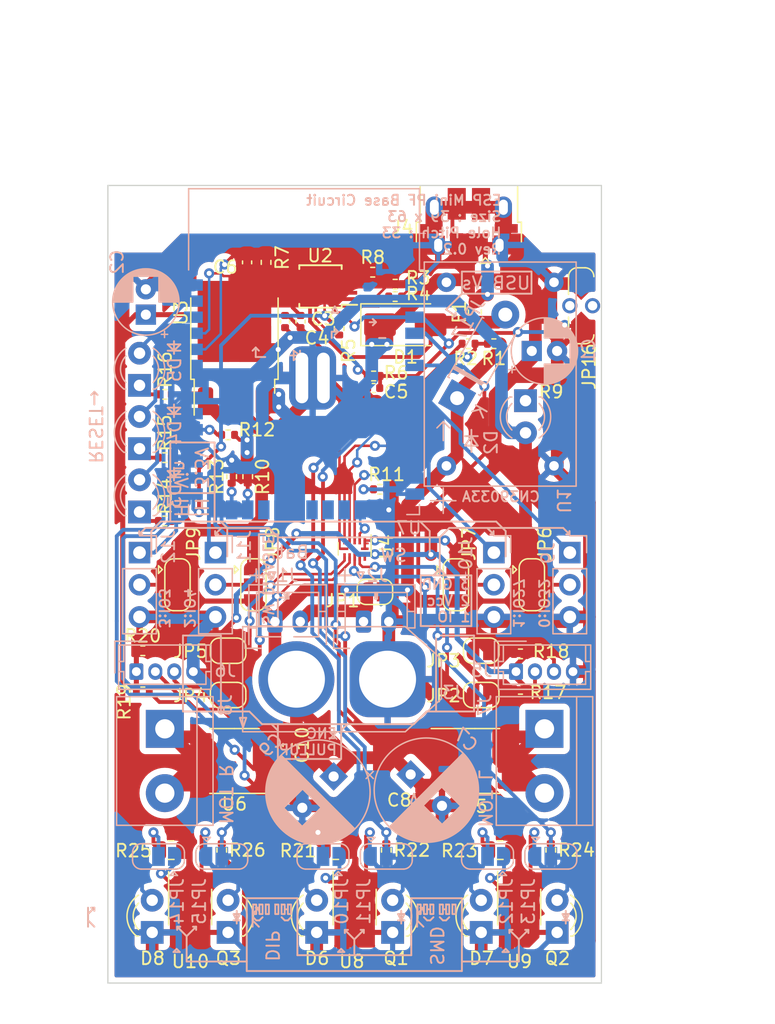
<source format=kicad_pcb>
(kicad_pcb (version 20221018) (generator pcbnew)
  (title_block (date "2025-06-17") (rev "0.2"))
  (layers (0 "F.Cu" signal) (31 "B.Cu" signal) (34 "B.Paste" user) (35 "F.Paste" user) (36 "B.SilkS" user "B.Silkscreen") (37 "F.SilkS" user "F.Silkscreen") (38 "B.Mask" user) (39 "F.Mask" user) (44 "Edge.Cuts" user))
  (net 0 "")
  (net 1 "+5V")
  (net 2 "GND")
  (net 3 "/Vin")
  (net 4 "+3.3V")
  (net 5 "Net-(U2-V3)")
  (net 6 "/USB 5V")
  (net 7 "/P_in1-")
  (net 8 "Net-(U7-RXD0{slash}IO3)")
  (net 9 "/D-")
  (net 10 "/D+")
  (net 12 "/P_MOT_R2")
  (net 13 "/P_MOT_R1")
  (net 14 "/P_MOT_L1")
  (net 15 "/P_MOT_L2")
  (net 16 "Net-(D6-A)")
  (net 17 "/LED_R")
  (net 18 "/LED_Y")
  (net 19 "/LED_G")
  (net 20 "Net-(D7-A)")
  (net 21 "Net-(D8-A)")
  (net 22 "Net-(J5-Pin_2)")
  (net 23 "/SENSOR_1")
  (net 24 "/SENSOR_2")
  (net 25 "/SENSOR_3")
  (net 26 "/IO_0")
  (net 27 "/EN")
  (net 28 "/Tx(USB->ESP)")
  (net 29 "/Rx(USB<-ESP)")
  (net 30 "/L_in1")
  (net 31 "/L_in2")
  (net 32 "/R_in1")
  (net 33 "/R_in2")
  (net 34 "Net-(J5-Pin_3)")
  (net 35 "Net-(J6-Pin_2)")
  (net 36 "/USB 5V_F")
  (net 37 "/GPIO_0")
  (net 38 "Net-(J9-Pin_2)")
  (net 39 "/GPIO_1")
  (net 40 "Net-(J10-Pin_2)")
  (net 41 "/GPIO_2")
  (net 42 "Net-(J11-Pin_2)")
  (net 43 "/Debug Log")
  (net 44 "Net-(J12-Pin_2)")
  (net 45 "Net-(JP2-B)")
  (net 46 "Net-(JP3-B)")
  (net 47 "Net-(JP4-B)")
  (net 48 "Net-(JP5-B)")
  (net 49 "Net-(JP10-A)")
  (net 50 "Net-(JP10-C)")
  (net 51 "Net-(JP11-A)")
  (net 52 "Net-(JP11-B)")
  (net 53 "Net-(JP12-A)")
  (net 54 "Net-(JP12-C)")
  (net 55 "Net-(JP13-A)")
  (net 56 "Net-(JP13-B)")
  (net 57 "Net-(JP14-A)")
  (net 58 "Net-(JP14-C)")
  (net 59 "Net-(JP15-A)")
  (net 60 "Net-(JP15-B)")
  (net 61 "/Vs_monitor")
  (net 62 "Net-(U2-UD+)")
  (net 63 "Net-(U2-UD-)")
  (net 64 "Net-(U2-TNOW{slash}~{DTR})")
  (net 65 "/MTDO")
  (net 66 "/MTDI")
  (net 67 "/DL Boot")
  (net 68 "/ENC_L1")
  (net 69 "/ENC_L2")
  (net 70 "/ENC_R1")
  (net 71 "/ENC_R2")
  (net 80 "Net-(J6-Pin_3)")
  (net 81 "Net-(D3-K)")
  (net 82 "Net-(D4-K)")
  (net 83 "Net-(D5-K)")
  (net 84 "Net-(D2-K)")
  (footprint "Jumper:SolderJumper-3_P1.3mm_Open_RoundedPad1.0x1.5mm" (layer "F.Cu") (at 129.791666 131.54 -90)
    (fp_text reference "JP7")
    (fp_text value "Vs_SEL1")
  )
  (footprint "Resistor_SMD:R_0402_1005Metric" (layer "F.Cu") (at 132.791666 112.5 180)
    (fp_text reference "R1")
    (fp_text value "18k")
  )
  (footprint "Resistor_SMD:R_0402_1005Metric" (layer "F.Cu") (at 120.566666 111.3 -90)
    (fp_text reference "R5")
    (fp_text value "4.7k")
  )
  (footprint "Resistor_SMD:R_0402_1005Metric" (layer "F.Cu") (at 130.791666 112.5 180)
    (fp_text reference "R2")
    (fp_text value "2k")
  )
  (footprint "Package_DFN_QFN:Texas_R-PUQFN-N12" (layer "F.Cu") (at 121.791666 128.7 -90)
    (fp_text reference "U4")
    (fp_text value "TXB0104RUT")
  )
  (footprint "Resistor_SMD:R_0402_1005Metric" (layer "F.Cu") (at 123.216666 106.85)
    (fp_text reference "R8")
    (fp_text value "1k")
  )
  (footprint "Resistor_SMD:R_0402_1005Metric" (layer "F.Cu") (at 106.791666 116.5)
    (fp_text reference "R16")
    (fp_text value "560")
  )
  (footprint "Capacitor_SMD:C_0402_1005Metric" (layer "F.Cu") (at 126.891666 148.2 -90)
    (fp_text reference "C8")
    (fp_text value "0.1u")
  )
  (footprint "Jumper:SolderJumper-2_P1.3mm_Open_RoundedPad1.0x1.5mm" (layer "F.Cu") (at 111.791666 136.75)
    (fp_text reference "JP5")
    (fp_text value "R2_PU")
  )
  (footprint "OptoDevice:Everlight_ITR1201SR10AR" (layer "F.Cu") (at 121.791666 157)
    (fp_text reference "U8")
    (fp_text value "ITR8307-S17-TR8")
  )
  (footprint "Resistor_SMD:R_0402_1005Metric" (layer "F.Cu") (at 134.891666 137 180)
    (fp_text reference "R18")
    (fp_text value "1k")
  )
  (footprint "LED_THT:LED_D3.0mm" (layer "F.Cu") (at 118.791666 159 90)
    (fp_text reference "D6")
    (fp_text value "U4_ALT1")
  )
  (footprint "Resistor_SMD:R_0402_1005Metric" (layer "F.Cu") (at 113.341666 123 -90)
    (fp_text reference "R10")
    (fp_text value "1k")
  )
  (footprint "Jumper:SolderJumper-3_P1.3mm_Open_RoundedPad1.0x1.5mm" (layer "F.Cu") (at 135.791666 131.54 -90)
    (fp_text reference "JP6")
    (fp_text value "Vs_SEL0")
  )
  (footprint "Capacitor_SMD:C_0402_1005Metric" (layer "F.Cu") (at 117.516666 110.75 -90)
    (fp_text reference "C3")
    (fp_text value "0.1u")
  )
  (footprint "Resistor_SMD:R_0402_1005Metric" (layer "F.Cu") (at 111.791666 119.7 180)
    (fp_text reference "R12")
    (fp_text value "1k")
  )
  (footprint "Package_SO:SOP-8_3.9x4.9mm_P1.27mm" (layer "F.Cu") (at 131.291666 145.46)
    (fp_text reference "U5")
    (fp_text value "CP3119MDTR")
  )
  (footprint "Resistor_SMD:R_0402_1005Metric" (layer "F.Cu") (at 111.291666 152.5 -90)
    (fp_text reference "R26")
    (fp_text value "1k")
  )
  (footprint "Jumper:SolderJumper-2_P1.3mm_Open_RoundedPad1.0x1.5mm" (layer "F.Cu") (at 131.791666 140.25 180)
    (fp_text reference "JP2")
    (fp_text value "L1_PU")
  )
  (footprint "Resistor_SMD:R_0402_1005Metric" (layer "F.Cu") (at 124.291666 152.5 -90)
    (fp_text reference "R22")
    (fp_text value "1k")
  )
  (footprint "Resistor_SMD:R_0402_1005Metric" (layer "F.Cu") (at 105.051666 136.75)
    (fp_text reference "R20")
    (fp_text value "1k")
  )
  (footprint "Package_TO_SOT_SMD:TO-252-2" (layer "F.Cu") (at 112.291666 112 90)
    (fp_text reference "U3")
    (fp_text value "UZ1085L-33-TN3-R")
  )
  (footprint "Package_SO:MSOP-10_3x3mm_P0.5mm" (layer "F.Cu") (at 119.091666 107.975 180)
    (fp_text reference "U2")
    (fp_text value "CH340X")
  )
  (footprint "OptoDevice:Everlight_ITR1201SR10AR" (layer "F.Cu") (at 134.791666 157)
    (fp_text reference "U9")
    (fp_text value "ITR8307-S17-TR8")
  )
  (footprint "Jumper:SolderJumper-3_P1.3mm_Open_RoundedPad1.0x1.5mm" (layer "F.Cu") (at 107.791666 131.54 -90)
    (fp_text reference "JP9")
    (fp_text value "Vs_SEL3")
  )
  (footprint "Jumper:SolderJumper-2_P1.3mm_Open_RoundedPad1.0x1.5mm" (layer "F.Cu") (at 111.791666 140.25)
    (fp_text reference "JP4")
    (fp_text value "R1_PU")
  )
  (footprint "Resistor_SMD:R_0402_1005Metric" (layer "F.Cu") (at 134.891666 139.8 180)
    (fp_text reference "R17")
    (fp_text value "1k")
  )
  (footprint "MountingHole:MountingHole_3.2mm_M3" (layer "F.Cu") (at 105.291666 103)
    (fp_text reference "REF**" hide)
    (fp_text value "MountingHole_3.2mm_M3" hide)
  )
  (footprint "Resistor_SMD:R_0402_1005Metric" (layer "F.Cu") (at 106.791666 126.5)
    (fp_text reference "R14")
    (fp_text value "560")
  )
  (footprint "Resistor_SMD:R_0402_1005Metric" (layer "F.Cu") (at 124.991666 107.8 180)
    (fp_text reference "R3")
    (fp_text value "22")
  )
  (footprint "Jumper:SolderJumper-2_P1.3mm_Open_RoundedPad1.0x1.5mm" (layer "F.Cu") (at 123.391666 132.1)
    (fp_text reference "JP1")
    (fp_text value "Power_SW_DIisable")
  )
  (footprint "Resistor_SMD:R_0402_1005Metric" (layer "F.Cu") (at 105.051666 140)
    (fp_text reference "R19")
    (fp_text value "1k")
  )
  (footprint "Resistor_SMD:R_0402_1005Metric" (layer "F.Cu") (at 124.991666 108.775 180)
    (fp_text reference "R4")
    (fp_text value "22")
  )
  (footprint "Capacitor_SMD:C_0402_1005Metric" (layer "F.Cu") (at 113.291666 106.075 90)
    (fp_text reference "C6")
    (fp_text value "20p")
  )
  (footprint "Resistor_SMD:R_0402_1005Metric" (layer "F.Cu") (at 112.071666 123 90)
    (fp_text reference "R13")
    (fp_text value "1k")
  )
  (footprint "Diode_SMD:D_SMA" (layer "F.Cu") (at 125.791666 111)
    (fp_text reference "D1")
    (fp_text value "CDBA240LL-HF")
  )
  (footprint "Resistor_SMD:R_0805_2012Metric" (layer "F.Cu") (at 133.291666 152.5)
    (fp_text reference "R23")
    (fp_text value "50")
  )
  (footprint "Fuse:Fuse_0603_1608Metric" (layer "F.Cu") (at 131.291666 110 -90)
    (fp_text reference "F1")
    (fp_text value "BSMD0603-050-6V\n")
  )
  (footprint "Jumper:SolderJumper-3_P1.3mm_Open_RoundedPad1.0x1.5mm" (layer "F.Cu") (at 113.791666 131.54 -90)
    (fp_text reference "JP8")
    (fp_text value "Vs_SEL2")
  )
  (footprint "LED_THT:LED_D3.0mm" (layer "F.Cu") (at 111.791666 159 90)
    (fp_text reference "Q3")
    (fp_text value "U4_ALT2")
  )
  (footprint "Resistor_SMD:R_0402_1005Metric" (layer "F.Cu") (at 137.291666 152.5 -90)
    (fp_text reference "R24")
    (fp_text value "1k")
  )
  (footprint "Capacitor_SMD:C_0402_1005Metric" (layer "F.Cu") (at 116.291666 110.75 90)
    (fp_text reference "C4")
    (fp_text value "0.1u")
  )
  (footprint "Resistor_SMD:R_0805_2012Metric" (layer "F.Cu") (at 120.291666 152.5)
    (fp_text reference "R21")
    (fp_text value "50")
  )
  (footprint "LED_THT:LED_D3.0mm" (layer "F.Cu") (at 124.791666 159 90)
    (fp_text reference "Q1")
    (fp_text value "U4_ALT2")
  )
  (footprint "Resistor_SMD:R_0402_1005Metric" (layer "F.Cu") (at 123.291666 115.05)
    (fp_text reference "R6")
    (fp_text value "1k")
  )
  (footprint "Capacitor_SMD:C_0402_1005Metric" (layer "F.Cu") (at 123.291666 116 180)
    (fp_text reference "C5")
    (fp_text value "10u")
  )
  (footprint "Resistor_SMD:R_0402_1005Metric" (layer "F.Cu") (at 123.791666 124)
    (fp_text reference "R11")
    (fp_text value "1k")
  )
  (footprint "LED_THT:LED_D3.0mm" (layer "F.Cu") (at 137.791666 159 90)
    (fp_text reference "Q2")
    (fp_text value "U4_ALT2")
  )
  (footprint "Resistor_SMD:R_0805_2012Metric" (layer "F.Cu") (at 107.291666 152.5)
    (fp_text reference "R25")
    (fp_text value "50")
  )
  (footprint "Jumper:SolderJumper-2_P1.3mm_Open_RoundedPad1.0x1.5mm" (layer "F.Cu") (at 131.791666 136.75 180)
    (fp_text reference "JP3")
    (fp_text value "L2_PU")
  )
  (footprint "LED_THT:LED_D3.0mm" (layer "F.Cu") (at 131.791666 159 90)
    (fp_text reference "D7")
    (fp_text value "U4_ALT1")
  )
  (footprint "Package_SO:SOP-8_3.9x4.9mm_P1.27mm" (layer "F.Cu") (at 112.291666 145.46 180)
    (fp_text reference "U6")
    (fp_text value "CP3119MDTR")
  )
  (footprint "Resistor_SMD:R_0402_1005Metric" (layer "F.Cu") (at 137.291666 115)
    (fp_text reference "R9")
    (fp_text value "560")
  )
  (footprint "LED_THT:LED_D3.0mm" (layer "F.Cu") (at 105.791666 159 90)
    (fp_text reference "D8")
    (fp_text value "U4_ALT1")
  )
  (footprint "OptoDevice:Everlight_ITR1201SR10AR" (layer "F.Cu") (at 108.791666 157)
    (fp_text reference "U10")
    (fp_text value "ITR8307-S17-TR8")
  )
  (footprint "YY_Common:SolderJumper-2_TVAF06-A020B-R_COMPATIBLE" (layer "F.Cu") (at 139.691666 109.5 -90)
    (fp_text reference "JP16")
    (fp_text value "Reset")
  )
  (footprint "Capacitor_SMD:C_0402_1005Metric" (layer "F.Cu") (at 116.491666 144.2 -90)
    (fp_text reference "C10")
    (fp_text value "0.1u")
  )
  (footprint "MountingHole:MountingHole_3.2mm_M3" (layer "F.Cu") (at 138.291666 103)
    (fp_text reference "REF**" hide)
    (fp_text value "MountingHole_3.2mm_M3" hide)
  )
  (footprint "Connector_USB:USB_Micro-B_Amphenol_10103594-0001LF_Horizontal" (layer "F.Cu") (at 130.791666 102.835 180)
    (fp_text reference "J4")
    (fp_text value "USB_B_Micro")
  )
  (footprint "Resistor_SMD:R_0402_1005Metric" (layer "F.Cu") (at 106.791666 121.5)
    (fp_text reference "R15")
    (fp_text value "560")
  )
  (footprint "Resistor_SMD:R_0402_1005Metric" (layer "F.Cu") (at 114.791666 106.075 90)
    (fp_text reference "R7")
    (fp_text value "560")
  )
  (footprint "Connector_PinHeader_2.54mm:PinHeader_1x03_P2.54mm_Vertical" (layer "B.Cu") (at 110.791666 129 180)
    (fp_text reference "J11")
    (fp_text value "IO32_GPIO2")
  )
  (footprint "Diode_THT:D_DO-41_SOD81_P7.62mm_Horizontal" (layer "B.Cu") (at 129.886666 116.799557 60)
    (fp_text reference "JP17")
    (fp_text value "USB_Vs")
  )
  (footprint "TerminalBlock:TerminalBlock_bornier-2_P5.08mm" (layer "B.Cu") (at 136.791666 142.92 -90)
    (fp_text reference "J7")
    (fp_text value "MOTOR_L")
  )
  (footprint "Jumper:SolderJumper-3_P1.3mm_Open_RoundedPad1.0x1.5mm" (layer "B.Cu") (at 137.291666 153)
    (fp_text reference "JP13")
    (fp_text value "PT_SEL1")
  )
  (footprint "YY_Common:JST_ZH_B4B-ZH-A_1x04_P1.50mm_Vertical" (layer "B.Cu") (at 104.541666 138.4)
    (fp_text reference "J6")
    (fp_text value "Encorder_R")
  )
  (footprint "Connector_JST:JST_PH_B2B-PH-K_1x02_P2.00mm_Vertical" (layer "B.Cu") (at 115.491666 134.45)
    (fp_text reference "J1")
    (fp_text value "Vin_1")
  )
  (footprint "Jumper:SolderJumper-3_P1.3mm_Open_RoundedPad1.0x1.5mm" (layer "B.Cu") (at 106.291666 153 180)
    (fp_text reference "JP14")
    (fp_text value "LED_SEL1")
  )
  (footprint "Capacitor_THT:CP_Radial_D5.0mm_P2.00mm" (layer "B.Cu") (at 105.291666 110.205113 90)
    (fp_text reference "C2")
    (fp_text value "22u")
  )
  (footprint "Jumper:SolderJumper-3_P1.3mm_Open_RoundedPad1.0x1.5mm" (layer "B.Cu") (at 119.291666 153 180)
    (fp_text reference "JP10")
    (fp_text value "LED_SEL1")
  )
  (footprint "Connector_PinHeader_2.54mm:PinHeader_1x03_P2.54mm_Vertical" (layer "B.Cu") (at 132.791666 129 180)
    (fp_text reference "J10")
    (fp_text value "IO27_GPIO1")
  )
  (footprint "YY_Common:JST_ZH_B4B-ZH-A_1x04_P1.50mm_Vertical" (layer "B.Cu") (at 134.541666 138.4)
    (fp_text reference "J5")
    (fp_text value "Encorder_L")
  )
  (footprint "YY_Common:DCDC_Conv_CN39033A" (layer "B.Cu") (at 133.291666 114.9 90)
    (fp_text reference "U1")
    (fp_text value "CN39033A")
  )
  (footprint "Jumper:SolderJumper-3_P1.3mm_Open_RoundedPad1.0x1.5mm" (layer "B.Cu") (at 124.291666 153)
    (fp_text reference "JP11")
    (fp_text value "PT_SEL1")
  )
  (footprint "Connector_PinHeader_2.54mm:PinHeader_1x03_P2.54mm_Vertical" (layer "B.Cu") (at 138.791666 129 180)
    (fp_text reference "J9")
    (fp_text value "IO4_GPIO0")
  )
  (footprint "YY_Common:ESP32-WROOM-32_39P-TH" (layer "B.Cu") (at 117.791666 116.115 180)
    (fp_text reference "U7")
    (fp_text value "ESP32-WROOM-32")
  )
  (footprint "Capacitor_THT:CP_Radial_D5.0mm_P2.00mm" (layer "B.Cu") (at 135.786554 113.075)
    (fp_text reference "C1")
    (fp_text value "22u")
  )
  (footprint "Connector_PinHeader_2.54mm:PinHeader_1x03_P2.54mm_Vertical" (layer "B.Cu") (at 104.791666 129 180)
    (fp_text reference "J12")
    (fp_text value "IO5_GPIO3(PU)")
  )
  (footprint "LED_THT:LED_D3.0mm" (layer "B.Cu") (at 135.291666 117 -90)
    (fp_text reference "D2")
    (fp_text value "LED_POWER")
  )
  (footprint "LED_THT:LED_D3.0mm" (layer "B.Cu") (at 104.791666 120.79 90)
    (fp_text reference "D4")
    (fp_text value "LED_Y")
  )
  (footprint "Jumper:SolderJumper-3_P1.3mm_Open_RoundedPad1.0x1.5mm" (layer "B.Cu") (at 132.291666 153 180)
    (fp_text reference "JP12")
    (fp_text value "LED_SEL1")
  )
  (footprint "TerminalBlock:TerminalBlock_bornier-2_P5.08mm" (layer "B.Cu") (at 106.791666 142.92 -90)
    (fp_text reference "J8")
    (fp_text value "MOTOR_R")
  )
  (footprint "LED_THT:LED_D3.0mm" (layer "B.Cu") (at 104.791666 115.79 90)
    (fp_text reference "D5")
    (fp_text value "LED_G")
  )
  (footprint "Capacitor_THT:CP_Radial_D8.0mm_P3.50mm" (layer "B.Cu") (at 126.216792 146.525126 -45)
    (fp_text reference "C7")
    (fp_text value "470u")
  )
  (footprint "Connector_JST:JST_PH_B2B-PH-K_1x02_P2.00mm_Vertical" (layer "B.Cu") (at 122.491666 134.45)
    (fp_text reference "J2")
    (fp_text value "Power_SW")
  )
  (footprint "LED_THT:LED_D3.0mm" (layer "B.Cu") (at 104.791666 125.79 90)
    (fp_text reference "D3")
    (fp_text value "LED_R")
  )
  (footprint "Connector_AMASS:AMASS_XT60-M_1x02_P7.20mm_Vertical" (layer "B.Cu") (at 124.391666 139 180)
    (fp_text reference "J3")
    (fp_text value "Vin_XT")
  )
  (footprint "Capacitor_THT:CP_Radial_D8.0mm_P3.50mm" (layer "B.Cu") (at 120.129103 146.682603 -135)
    (fp_text reference "C9")
    (fp_text value "470u")
  )
  (footprint "Jumper:SolderJumper-3_P1.3mm_Open_RoundedPad1.0x1.5mm" (layer "B.Cu") (at 111.291666 153)
    (fp_text reference "JP15")
    (fp_text value "PT_SEL1")
  )
  (gr_line (start 131.22381 141.55) (end 127.47381 141.55) (stroke (width 0.15)) (layer "B.SilkS"))
  (gr_line (start 105.72381 127.3) (end 106.47381 126.55) (stroke (width 0.15)) (layer "B.SilkS"))
  (gr_line (start 111.22381 141.55) (end 113.47381 141.55) (stroke (width 0.15)) (layer "B.SilkS"))
  (gr_line (start 107.515476 118.05) (end 107.015476 117.55) (stroke (width 0.15)) (layer "B.SilkS"))
  (gr_rect (start 116.015476 156.8) (end 116.265476 157.55) (stroke (width 0.15)) (fill none) (layer "B.SilkS"))
  (gr_line (start 114.015476 130.3) (end 114.015476 131.3) (stroke (width 0.15)) (layer "B.SilkS"))
  (gr_line (start 114.22381 113.05) (end 113.97381 112.8) (stroke (width 0.15)) (layer "B.SilkS"))
  (gr_line (start 119.97381 111.55) (end 119.97381 112.05) (stroke (width 0.15)) (layer "B.SilkS"))
  (gr_line (start 134.015476 158.8) (end 134.765476 159.55) (stroke (width 0.15)) (layer "B.SilkS"))
  (gr_rect (start 128.515476 156.8) (end 128.765476 157.55) (stroke (width 0.15)) (fill none) (layer "B.SilkS"))
  (gr_line (start 113.22381 142.05) (end 112.97381 142.8) (stroke (width 0.15)) (layer "B.SilkS"))
  (gr_line (start 126.265476 156.3) (end 130.265476 156.3) (stroke (width 0.15)) (layer "B.SilkS"))
  (gr_line (start 134.015476 159.05) (end 134.015476 158.8) (stroke (width 0.15)) (layer "B.SilkS"))
  (gr_line (start 138.22381 157.55) (end 138.47381 158.05) (stroke (width 0.15)) (layer "B.SilkS"))
  (gr_line (start 109.265476 158.8) (end 109.265476 158.55) (stroke (width 0.15)) (layer "B.SilkS"))
  (gr_line (start 120.97381 160.55) (end 120.72381 160.3) (stroke (width 0.15)) (layer "B.SilkS"))
  (gr_line (start 107.22381 120.3) (end 110.72381 120.3) (stroke (width 0.15)) (layer "B.SilkS"))
  (gr_line (start 130.265476 161.3) (end 134.765476 161.3) (stroke (width 0.15)) (layer "B.SilkS"))
  (gr_line (start 135.765476 106.8) (end 130.265476 106.8) (stroke (width 0.15)) (layer "B.SilkS"))
  (gr_rect (start 114.765476 156.8) (end 115.015476 157.55) (stroke (width 0.15)) (fill none) (layer "B.SilkS"))
  (gr_rect (start 129.515476 156.8) (end 129.765476 157.55) (stroke (width 0.15)) (fill none) (layer "B.SilkS"))
  (gr_line (start 115.72381 145.3) (end 120.72381 145.3) (stroke (width 0.15)) (layer "B.SilkS"))
  (gr_line (start 108.015476 158.55) (end 107.765476 158.55) (stroke (width 0.15)) (layer "B.SilkS"))
  (gr_line (start 107.515476 117.3) (end 107.515476 118.3) (stroke (width 0.15)) (layer "B.SilkS"))
  (gr_line (start 120.72381 143.05) (end 121.22381 142.55) (stroke (width 0.15)) (layer "B.SilkS"))
  (gr_rect (start 129.015476 156.8) (end 129.265476 157.55) (stroke (width 0.15)) (fill none) (layer "B.SilkS"))
  (gr_line (start 110.72381 120.3) (end 110.72381 126.55) (stroke (width 0.15)) (layer "B.SilkS"))
  (gr_line (start 123.22381 111.05) (end 123.47381 110.8) (stroke (width 0.15)) (layer "B.SilkS"))
  (gr_line (start 111.72381 129.3) (end 111.72381 127.05) (stroke (width 0.15)) (layer "B.SilkS"))
  (gr_line (start 116.22381 132.3) (end 116.47381 132.55) (stroke (width 0.15)) (layer "B.SilkS"))
  (gr_line (start 116.47381 132.55) (end 115.72381 132.55) (stroke (width 0.15)) (layer "B.SilkS"))
  (gr_line (start 126.72381 158.55) (end 126.72381 157.05) (stroke (width 0.15)) (layer "B.SilkS"))
  (gr_line (start 133.97381 160.55) (end 133.72381 160.3) (stroke (width 0.15)) (layer "B.SilkS"))
  (gr_line (start 127.015476 130.8) (end 127.015476 134.8) (stroke (width 0.15)) (layer "B.SilkS"))
  (gr_line (start 117.265476 156.3) (end 117.265476 160.8) (stroke (width 0.15)) (layer "B.SilkS"))
  (gr_line (start 101.22381 157.3) (end 101.22381 157.05) (stroke (width 0.15)) (layer "B.SilkS"))
  (gr_line (start 114.22381 158.55) (end 113.72381 158.05) (stroke (width 0.15)) (layer "B.SilkS"))
  (gr_line (start 127.47381 141.55) (end 126.47381 142.55) (stroke (width 0.15)) (layer "B.SilkS"))
  (gr_line (start 126.22381 148.8) (end 126.47381 148.05) (stroke (width 0.15)) (layer "B.SilkS"))
  (gr_line (start 127.515476 158.05) (end 127.765476 158.05) (stroke (width 0.15)) (layer "B.SilkS"))
  (gr_line (start 120.47381 111.55) (end 119.97381 111.55) (stroke (width 0.15)) (layer "B.SilkS"))
  (gr_line (start 111.72381 127.05) (end 111.22381 126.55) (stroke (width 0.15)) (layer "B.SilkS"))
  (gr_line (start 108.015476 122.55) (end 107.515476 123.05) (stroke (width 0.15)) (layer "B.SilkS"))
  (gr_line (start 126.47381 142.55) (end 120.72381 142.55) (stroke (width 0.15)) (layer "B.SilkS"))
  (gr_line (start 116.265476 157.175) (end 116.515476 157.175) (stroke (width 0.15)) (layer "B.SilkS"))
  (gr_line (start 135.515476 159.05) (end 135.515476 158.8) (stroke (width 0.15)) (layer "B.SilkS"))
  (gr_line (start 108.015476 117.55) (end 107.515476 118.05) (stroke (width 0.15)) (layer "B.SilkS"))
  (gr_line (start 114.22381 127.55) (end 114.22381 134.8) (stroke (width 0.15)) (layer "B.SilkS"))
  (gr_line (start 120.22381 111.3) (end 120.47381 111.55) (stroke (width 0.15)) (layer "B.SilkS"))
  (gr_line (start 123.47381 110.8) (end 122.97381 110.8) (stroke (width 0.15)) (layer "B.SilkS"))
  (gr_line (start 107.015476 122.55) (end 108.015476 122.55) (stroke (width 0.15)) (layer "B.SilkS"))
  (gr_line (start 100.97381 116.55) (end 101.22381 116.3) (stroke (width 0.15)) (layer "B.SilkS"))
  (gr_line (start 107.22381 124.3) (end 110.72381 124.3) (stroke (width 0.15)) (layer "B.SilkS"))
  (gr_line (start 113.97381 112.8) (end 113.97381 113.55) (stroke (width 0.15)) (layer "B.SilkS"))
  (gr_line (start 115.72381 134.8) (end 115.72381 127.55) (stroke (width 0.15)) (layer "B.SilkS"))
  (gr_line (start 116.22381 132.8) (end 116.47381 132.55) (stroke (width 0.15)) (layer "B.SilkS"))
  (gr_line (start 129.015476 158.05) (end 129.265476 157.8) (stroke (width 0.15)) (layer "B.SilkS"))
  (gr_line (start 120.72381 160.3) (end 120.47381 160.55) (stroke (width 0.15)) (layer "B.SilkS"))
  (gr_line (start 114.47381 142.55) (end 115.72381 142.55) (stroke (width 0.15)) (layer "B.SilkS"))
  (gr_line (start 131.22381 135.55) (end 131.22381 141.55) (stroke (width 0.15)) (layer "B.SilkS"))
  (gr_line (start 106.47381 126.55) (end 107.72381 126.55) (stroke (width 0.15)) (layer "B.SilkS"))
  (gr_line (start 116.015476 157.8) (end 116.265476 158.05) (stroke (width 0.15)) (layer "B.SilkS"))
  (gr_line (start 107.47381 160.55) (end 107.97381 160.55) (stroke (width 0.15)) (layer "B.SilkS"))
  (gr_line (start 126.97381 126.55) (end 117.47381 126.55) (stroke (width 0.15)) (layer "B.SilkS"))
  (gr_line (start 108.22381 141.55) (end 108.22381 135.55) (stroke (width 0.15)) (layer "B.SilkS"))
  (gr_line (start 107.22381 124.3) (end 107.22381 120.3) (stroke (width 0.15)) (layer "B.SilkS"))
  (gr_line (start 113.265476 161.3) (end 108.515476 161.3) (stroke (width 0.15)) (layer "B.SilkS"))
  (gr_line (start 115.015476 127.05) (end 115.765476 127.8) (stroke (width 0.15)) (layer "B.SilkS"))
  (gr_line (start 113.72381 113.05) (end 113.97381 112.8) (stroke (width 0.15)) (layer "B.SilkS"))
  (gr_line (start 121.765476 160.8) (end 121.765476 159.55) (stroke (width 0.15)) (layer "B.SilkS"))
  (gr_line (start 113.265476 162.05) (end 113.265476 156.3) (stroke (width 0.15)) (layer "B.SilkS"))
  (gr_line (start 112.47381 158.05) (end 112.72381 157.55) (stroke (width 0.15)) (layer "B.SilkS"))
  (gr_line (start 129.765476 110.3) (end 129.765476 110.05) (stroke (width 0.15)) (layer "B.SilkS"))
  (gr_line (start 135.765476 108.55) (end 135.765476 106.8) (stroke (width 0.15)) (layer "B.SilkS"))
  (gr_line (start 134.265476 158.8) (end 134.015476 158.8) (stroke (width 0.15)) (layer "B.SilkS"))
  (gr_line (start 132.265476 127.05) (end 132.765476 127.55) (stroke (width 0.15)) (layer "B.SilkS"))
  (gr_line (start 113.265476 156.3) (end 117.265476 156.3) (stroke (width 0.15)) (layer "B.SilkS"))
  (gr_line (start 111.22381 135.55) (end 111.22381 141.55) (stroke (width 0.15)) (layer "B.SilkS"))
  (gr_line (start 127.22381 158.55) (end 126.72381 158.05) (stroke (width 0.15)) (layer "B.SilkS"))
  (gr_line (start 128.515476 127.8) (end 128.515476 130.8) (stroke (width 0.15)) (layer "B.SilkS"))
  (gr_line (start 126.265476 160.8) (end 126.265476 156.3) (stroke (width 0.15)) (layer "B.SilkS"))
  (gr_line (start 122.015476 130.55) (end 122.515476 130.55) (stroke (width 0.15)) (layer "B.SilkS"))
  (gr_line (start 129.765476 110.3) (end 129.015476 109.8) (stroke (width 0.15)) (layer "B.SilkS"))
  (gr_line (start 101.22381 158.55) (end 100.72381 158.05) (stroke (width 0.15)) (layer "B.SilkS"))
  (gr_line (start 138.72381 157.55) (end 138.22381 157.55) (stroke (width 0.15)) (layer "B.SilkS"))
  (gr_line (start 104.765476 127.3) (end 104.765476 127.55) (stroke (width 0.15)) (layer "B.SilkS"))
  (gr_line (start 116.265476 158.05) (end 116.515476 158.05) (stroke (width 0.15)) (layer "B.SilkS"))
  (gr_line (start 138.72381 158.05) (end 138.22381 158.05) (stroke (width 0.15)) (layer "B.SilkS"))
  (gr_line (start 133.72381 127.3) (end 132.97381 126.55) (stroke (width 0.15)) (layer "B.SilkS"))
  (gr_line (start 119.97381 110.05) (end 120.47381 110.05) (stroke (width 0.15)) (layer "B.SilkS"))
  (gr_line (start 107.015476 112.55) (end 108.015476 112.55) (stroke (width 0.15)) (layer "B.SilkS"))
  (gr_line (start 107.515476 123.05) (end 107.015476 122.55) (stroke (width 0.15)) (layer "B.SilkS"))
  (gr_line (start 117.47381 126.55) (end 111.22381 126.55) (stroke (width 0.15)) (layer "B.SilkS"))
  (gr_line (start 128.22381 135.55) (end 131.22381 135.55) (stroke (width 0.15)) (layer "B.SilkS"))
  (gr_line (start 126.47381 148.05) (end 126.72381 148.8) (stroke (width 0.15)) (layer "B.SilkS"))
  (gr_line (start 105.265476 127.05) (end 111.265476 127.05) (stroke (width 0.15)) (layer "B.SilkS"))
  (gr_rect (start 116.515476 156.8) (end 116.765476 157.55) (stroke (width 0.15)) (fill none) (layer "B.SilkS"))
  (gr_line (start 116.72381 113.425) (end 117.97381 113.425) (stroke (width 0.15)) (layer "B.SilkS"))
  (gr_rect (start 127.265476 156.8) (end 127.515476 157.55) (stroke (width 0.15)) (fill none) (layer "B.SilkS"))
  (gr_line (start 111.265476 127.05) (end 115.015476 127.05) (stroke (width 0.15)) (layer "B.SilkS"))
  (gr_line (start 115.765476 127.8) (end 128.515476 127.8) (stroke (width 0.15)) (layer "B.SilkS"))
  (gr_line (start 109.265476 158.55) (end 108.515476 159.3) (stroke (width 0.15)) (layer "B.SilkS"))
  (gr_line (start 132.515476 127.55) (end 132.765476 127.55) (stroke (width 0.15)) (layer "B.SilkS"))
  (gr_line (start 120.72381 145.3) (end 120.72381 142.55) (stroke (width 0.15)) (layer "B.SilkS"))
  (gr_line (start 114.015476 158.05) (end 114.265476 158.05) (stroke (width 0.15)) (layer "B.SilkS"))
  (gr_line (start 121.265476 158.8) (end 121.015476 158.8) (stroke (width 0.15)) (layer "B.SilkS"))
  (gr_line (start 138.515476 127.55) (end 138.765476 127.55) (stroke (width 0.15)) (layer "B.SilkS"))
  (gr_line (start 107.72381 160.3) (end 107.47381 160.55) (stroke (width 0.15)) (layer "B.SilkS"))
  (gr_line (start 101.22381 116.3) (end 101.22381 117.3) (stroke (width 0.15)) (layer "B.SilkS"))
  (gr_line (start 115.72381 142.55) (end 115.72381 145.3) (stroke (width 0.15)) (layer "B.SilkS"))
  (gr_line (start 105.72381 129.3) (end 105.72381 127.3) (stroke (width 0.15)) (layer "B.SilkS"))
  (gr_line (start 138.47381 158.05) (end 138.72381 158.05) (stroke (width 0.15)) (layer "B.SilkS"))
  (gr_line (start 128.515476 130.3) (end 129.015476 130.8) (stroke (width 0.15)) (layer "B.SilkS"))
  (gr_rect (start 127.765476 156.8) (end 128.015476 157.55) (stroke (width 0.15)) (fill none) (layer "B.SilkS"))
  (gr_line (start 114.22381 157.05) (end 113.72381 157.55) (stroke (width 0.15)) (layer "B.SilkS"))
  (gr_line (start 125.72381 157.55) (end 125.22381 157.55) (stroke (width 0.15)) (layer "B.SilkS"))
  (gr_line (start 112.22381 157.55) (end 112.47381 158.05) (stroke (width 0.15)) (layer "B.SilkS"))
  (gr_line (start 107.515476 122.3) (end 107.515476 123.3) (stroke (width 0.15)) (layer "B.SilkS"))
  (gr_line (start 114.015476 157.175) (end 114.265476 157.175) (stroke (width 0.15)) (layer "B.SilkS"))
  (gr_line (start 138.265476 127.05) (end 132.265476 127.05) (stroke (width 0.15)) (layer "B.SilkS"))
  (gr_line (start 112.47381 158.3) (end 112.47381 157.3) (stroke (width 0.15)) (layer "B.SilkS"))
  (gr_line (start 116.97381 113.05) (end 117.47381 113.425) (stroke (width 0.15)) (layer "B.SilkS"))
  (gr_line (start 123.47381 110.8) (end 123.22381 110.55) (stroke (width 0.15)) (layer "B.SilkS"))
  (gr_line (start 117.47381 113.8) (end 117.47381 113.05) (stroke (width 0.15)) (layer "B.SilkS"))
  (gr_line (start 132.97381 126.55) (end 126.97381 126.55) (stroke (width 0.15)) (layer "B.SilkS"))
  (gr_line (start 113.97381 157.05) (end 114.22381 157.05) (stroke (width 0.15)) (layer "B.SilkS"))
  (gr_line (start 111.22381 141.55) (end 108.22381 141.55) (stroke (width 0.15)) (layer "B.SilkS"))
  (gr_line (start 107.97381 160.55) (end 107.72381 160.3) (stroke (width 0.15)) (layer "B.SilkS"))
  (gr_line (start 133.72381 129.3) (end 133.72381 127.3) (stroke (width 0.15)) (layer "B.SilkS"))
  (gr_line (start 125.47381 158.3) (end 125.47381 157.3) (stroke (width 0.15)) (layer "B.SilkS"))
  (gr_line (start 126.72381 148.8) (end 126.22381 148.8) (stroke (width 0.15)) (layer "B.SilkS"))
  (gr_line (start 138.765476 127.55) (end 138.265476 127.05) (stroke (width 0.15)) (layer "B.SilkS"))
  (gr_line (start 130.265476 156.3) (end 130.265476 162.05) (stroke (width 0.15)) (layer "B.SilkS"))
  (gr_line (start 127.765476 157.175) (end 127.515476 157.175) (stroke (width 0.15)) (layer "B.SilkS"))
  (gr_line (start 112.97381 142.8) (end 112.72381 142.05) (stroke (width 0.15)) (layer "B.SilkS"))
  (gr_line (start 113.97381 113.55) (end 114.72381 113.55) (stroke (width 0.15)) (layer "B.SilkS"))
  (gr_line (start 131.015476 121.05) (end 131.015476 119.3) (stroke (width 0.15)) (layer "B.SilkS"))
  (gr_line (start 132.765476 127.55) (end 132.265476 127.05) (stroke (width 0.15)) (layer "B.SilkS"))
  (gr_line (start 101.22381 157.05) (end 100.72381 157.55) (stroke (width 0.15)) (layer "B.SilkS"))
  (gr_line (start 132.765476 127.3) (end 132.765476 127.55) (stroke (width 0.15)) (layer "B.SilkS"))
  (gr_line (start 110.765476 127.3) (end 110.765476 127.55) (stroke (width 0.15)) (layer "B.SilkS"))
  (gr_line (start 107.515476 112.3) (end 107.515476 113.3) (stroke (width 0.15)) (layer "B.SilkS"))
  (gr_line (start 114.22381 157.3) (end 114.22381 157.05) (stroke (width 0.15)) (layer "B.SilkS"))
  (gr_line (start 122.515476 130.55) (end 122.265476 131.05) (stroke (width 0.15)) (layer "B.SilkS"))
  (gr_line (start 108.015476 112.55) (end 107.515476 113.05) (stroke (width 0.15)) (layer "B.SilkS"))
  (gr_line (start 130.515476 120.55) (end 131.515476 120.55) (stroke (width 0.15)) (layer "B.SilkS"))
  (gr_line (start 112.72381 142.05) (end 113.22381 142.05) (stroke (width 0.15)) (layer "B.SilkS"))
  (gr_line (start 111.015476 127.55) (end 110.765476 127.55) (stroke (width 0.15)) (layer "B.SilkS"))
  (gr_line (start 108.22381 135.55) (end 111.22381 135.55) (stroke (width 0.15)) (layer "B.SilkS"))
  (gr_line (start 128.765476 158.05) (end 129.015476 158.05) (stroke (width 0.15)) (layer "B.SilkS"))
  (gr_line (start 113.765476 157.8) (end 114.015476 158.05) (stroke (width 0.15)) (layer "B.SilkS"))
  (gr_line (start 107.015476 117.55) (end 108.015476 117.55) (stroke (width 0.15)) (layer "B.SilkS"))
  (gr_line (start 109.015476 158.55) (end 109.265476 158.55) (stroke (width 0.15)) (layer "B.SilkS"))
  (gr_rect (start 114.265476 156.8) (end 114.515476 157.55) (stroke (width 0.15)) (fill none) (layer "B.SilkS"))
  (gr_line (start 125.72381 158.05) (end 125.22381 158.05) (stroke (width 0.15)) (layer "B.SilkS"))
  (gr_line (start 120.22381 111.8) (end 120.47381 111.55) (stroke (width 0.15)) (layer "B.SilkS"))
  (gr_line (start 132.265476 127.05) (end 129.265476 127.05) (stroke (width 0.15)) (layer "B.SilkS"))
  (gr_line (start 104.765476 127.55) (end 105.265476 127.05) (stroke (width 0.15)) (layer "B.SilkS"))
  (gr_line (start 107.015476 113.05) (end 108.015476 113.05) (stroke (width 0.15)) (layer "B.SilkS"))
  (gr_line (start 135.265476 158.8) (end 135.515476 158.8) (stroke (width 0.15)) (layer "B.SilkS"))
  (gr_line (start 129.515476 110.4) (end 129.765476 110.3) (stroke (width 0.15)) (layer "B.SilkS"))
  (gr_line (start 121.015476 158.8) (end 121.765476 159.55) (stroke (width 0.15)) (layer "B.SilkS"))
  (gr_line (start 129.265476 127.05) (end 128.515476 127.8) (stroke (width 0.15)) (layer "B.SilkS"))
  (gr_line (start 128.765476 157.175) (end 129.015476 157.175) (stroke (width 0.15)) (layer "B.SilkS"))
  (gr_line (start 107.765476 158.55) (end 108.515476 159.3) (stroke (width 0.15)) (layer "B.SilkS"))
  (gr_line (start 127.72381 127.3) (end 126.97381 126.55) (stroke (width 0.15)) (layer "B.SilkS"))
  (gr_line (start 107.015476 118.05) (end 108.015476 118.05) (stroke (width 0.15)) (layer "B.SilkS"))
  (gr_rect (start 126.765476 156.8) (end 127.015476 157.55) (stroke (width 0.15)) (fill none) (layer "B.SilkS"))
  (gr_line (start 107.765476 158.8) (end 107.765476 158.55) (stroke (width 0.15)) (layer "B.SilkS"))
  (gr_line (start 113.72381 158.55) (end 113.72381 157.05) (stroke (width 0.15)) (layer "B.SilkS"))
  (gr_line (start 126.97381 157.05) (end 127.22381 157.05) (stroke (width 0.15)) (layer "B.SilkS"))
  (gr_line (start 116.97381 113.8) (end 116.97381 113.05) (stroke (width 0.15)) (layer "B.SilkS"))
  (gr_line (start 130.515476 119.8) (end 131.515476 119.8) (stroke (width 0.15)) (layer "B.SilkS"))
  (gr_line (start 113.47381 141.55) (end 114.47381 142.55) (stroke (width 0.15)) (layer "B.SilkS"))
  (gr_line (start 127.015476 134.8) (end 131.015476 134.8) (stroke (width 0.15)) (layer "B.SilkS"))
  (gr_line (start 127.22381 157.3) (end 127.22381 157.05) (stroke (width 0.15)) (layer "B.SilkS"))
  (gr_line (start 122.515476 158.8) (end 121.765476 159.55) (stroke (width 0.15)) (layer "B.SilkS"))
  (gr_line (start 130.265476 108.55) (end 135.765476 108.55) (stroke (width 0.15)) (layer "B.SilkS"))
  (gr_line (start 107.015476 123.05) (end 108.015476 123.05) (stroke (width 0.15)) (layer "B.SilkS"))
  (gr_line (start 122.265476 131.05) (end 122.015476 130.55) (stroke (width 0.15)) (layer "B.SilkS"))
  (gr_line (start 129.765476 110.05) (end 129.765476 110.3) (stroke (width 0.15)) (layer "B.SilkS"))
  (gr_line (start 138.765476 127.55) (end 138.765476 127.3) (stroke (width 0.15)) (layer "B.SilkS"))
  (gr_line (start 138.765476 127.3) (end 138.765476 127.55) (stroke (width 0.15)) (layer "B.SilkS"))
  (gr_line (start 123.22381 110.55) (end 123.47381 110.8) (stroke (width 0.15)) (layer "B.SilkS"))
  (gr_line (start 121.515476 130.8) (end 120.515476 130.8) (stroke (width 0.15)) (layer "B.SilkS"))
  (gr_line (start 130.265476 162.05) (end 113.265476 162.05) (stroke (width 0.15)) (layer "B.SilkS"))
  (gr_line (start 117.265476 160.8) (end 126.265476 160.8) (stroke (width 0.15)) (layer "B.SilkS"))
  (gr_line (start 130.265476 106.8) (end 130.265476 108.55) (stroke (width 0.15)) (layer "B.SilkS"))
  (gr_rect (start 115.515476 156.8) (end 115.765476 157.55) (stroke (width 0.15)) (fill none) (layer "B.SilkS"))
  (gr_rect (start 113.765476 156.8) (end 114.015476 157.55) (stroke (width 0.15)) (fill none) (layer "B.SilkS"))
  (gr_line (start 100.97381 157.05) (end 101.22381 157.05) (stroke (width 0.15)) (layer "B.SilkS"))
  (gr_line (start 115.015476 130.55) (end 115.515476 130.55) (stroke (width 0.15)) (layer "B.SilkS"))
  (gr_line (start 128.515476 157.8) (end 128.765476 158.05) (stroke (width 0.15)) (layer "B.SilkS"))
  (gr_line (start 100.72381 158.55) (end 100.72381 157.05) (stroke (width 0.15)) (layer "B.SilkS"))
  (gr_line (start 125.22381 157.55) (end 125.47381 158.05) (stroke (width 0.15)) (layer "B.SilkS"))
  (gr_line (start 107.515476 113.05) (end 107.015476 112.55) (stroke (width 0.15)) (layer "B.SilkS"))
  (gr_line (start 128.22381 141.55) (end 128.22381 135.55) (stroke (width 0.15)) (layer "B.SilkS"))
  (gr_line (start 128.015476 130.8) (end 128.515476 130.3) (stroke (width 0.15)) (layer "B.SilkS"))
  (gr_line (start 105.015476 127.55) (end 104.765476 127.55) (stroke (width 0.15)) (layer "B.SilkS"))
  (gr_line (start 121.015476 159.05) (end 121.015476 158.8) (stroke (width 0.15)) (layer "B.SilkS"))
  (gr_line (start 133.47381 160.55) (end 133.97381 160.55) (stroke (width 0.15)) (layer "B.SilkS"))
  (gr_line (start 122.265476 158.8) (end 122.515476 158.8) (stroke (width 0.15)) (layer "B.SilkS"))
  (gr_line (start 127.72381 129.05) (end 127.72381 127.3) (stroke (width 0.15)) (layer "B.SilkS"))
  (gr_line (start 120.47381 110.05) (end 120.22381 109.55) (stroke (width 0.15)) (layer "B.SilkS"))
  (gr_line (start 107.22381 126.55) (end 107.22381 124.3) (stroke (width 0.15)) (layer "B.SilkS"))
  (gr_line (start 127.265476 157.8) (end 127.515476 158.05) (stroke (width 0.15)) (layer "B.SilkS"))
  (gr_line (start 127.765476 158.05) (end 128.015476 157.8) (stroke (width 0.15)) (layer "B.SilkS"))
  (gr_line (start 115.265476 131.05) (end 115.015476 130.55) (stroke (width 0.15)) (layer "B.SilkS"))
  (gr_line (start 122.515476 159.05) (end 122.515476 158.8) (stroke (width 0.15)) (layer "B.SilkS"))
  (gr_line (start 115.72381 127.55) (end 114.22381 127.55) (stroke (width 0.15)) (layer "B.SilkS"))
  (gr_line (start 112.72381 158.05) (end 112.22381 158.05) (stroke (width 0.15)) (layer "B.SilkS"))
  (gr_line (start 135.515476 158.8) (end 134.765476 159.55) (stroke (width 0.15)) (layer "B.SilkS"))
  (gr_line (start 108.515476 161.3) (end 108.515476 159.3) (stroke (width 0.15)) (layer "B.SilkS"))
  (gr_line (start 134.765476 161.3) (end 134.765476 159.55) (stroke (width 0.15)) (layer "B.SilkS"))
  (gr_line (start 131.015476 119.8) (end 130.515476 120.55) (stroke (width 0.15)) (layer "B.SilkS"))
  (gr_line (start 116.515476 158.05) (end 116.765476 157.8) (stroke (width 0.15)) (layer "B.SilkS"))
  (gr_line (start 120.22381 109.55) (end 119.97381 110.05) (stroke (width 0.15)) (layer "B.SilkS"))
  (gr_line (start 121.015476 130.3) (end 121.015476 131.3) (stroke (width 0.15)) (layer "B.SilkS"))
  (gr_line (start 120.72381 142.55) (end 115.72381 142.55) (stroke (width 0.15)) (layer "B.SilkS"))
  (gr_line (start 114.265476 158.05) (end 114.515476 157.8) (stroke (width 0.15)) (layer "B.SilkS"))
  (gr_line (start 127.22381 157.05) (end 126.72381 157.55) (stroke (width 0.15)) (layer "B.SilkS"))
  (gr_line (start 131.015476 130.8) (end 127.015476 130.8) (stroke (width 0.15)) (layer "B.SilkS"))
  (gr_line (start 110.765476 127.55) (end 111.265476 127.05) (stroke (width 0.15)) (layer "B.SilkS"))
  (gr_line (start 120.47381 160.55) (end 120.97381 160.55) (stroke (width 0.15)) (layer "B.SilkS"))
  (gr_line (start 129.015476 109.8) (end 130.265476 108.55) (stroke (width 0.15)) (layer "B.SilkS"))
  (gr_line (start 117.47381 113.425) (end 116.97381 113.8) (stroke (width 0.15)) (layer "B.SilkS"))
  (gr_line (start 125.47381 158.05) (end 125.72381 158.05) (stroke (width 0.15)) (layer "B.SilkS"))
  (gr_line (start 131.015476 134.8) (end 131.015476 130.8) (stroke (width 0.15)) (layer "B.SilkS"))
  (gr_line (start 114.22381 134.8) (end 115.72381 134.8) (stroke (width 0.15)) (layer "B.SilkS"))
  (gr_line (start 138.47381 158.05) (end 138.72381 157.55) (stroke (width 0.15)) (layer "B.SilkS"))
  (gr_line (start 124.22381 112.05) (end 123.72381 112.05) (stroke (width 0.15)) (layer "B.SilkS"))
  (gr_line (start 113.515476 130.8) (end 114.515476 130.8) (stroke (width 0.15)) (layer "B.SilkS"))
  (gr_line (start 111.22381 126.55) (end 107.72381 126.55) (stroke (width 0.15)) (layer "B.SilkS"))
  (gr_line (start 112.47381 158.05) (end 112.72381 158.05) (stroke (width 0.15)) (layer "B.SilkS"))
  (gr_line (start 101.47381 116.55) (end 101.22381 116.3) (stroke (width 0.15)) (layer "B.SilkS"))
  (gr_line (start 131.515476 120.55) (end 131.015476 119.8) (stroke (width 0.15)) (layer "B.SilkS"))
  (gr_line (start 112.72381 157.55) (end 112.22381 157.55) (stroke (width 0.15)) (layer "B.SilkS"))
  (gr_line (start 138.47381 158.3) (end 138.47381 157.3) (stroke (width 0.15)) (layer "B.SilkS"))
  (gr_line (start 115.72381 143.05) (end 115.22381 142.55) (stroke (width 0.15)) (layer "B.SilkS"))
  (gr_line (start 125.47381 158.05) (end 125.72381 157.55) (stroke (width 0.15)) (layer "B.SilkS"))
  (gr_line (start 115.515476 130.55) (end 115.265476 131.05) (stroke (width 0.15)) (layer "B.SilkS"))
  (gr_line (start 133.72381 160.3) (end 133.47381 160.55) (stroke (width 0.15)) (layer "B.SilkS"))
  (gr_line (start 102.291666 163) (end 102.291666 100) (stroke (width 0.1)) (layer "Edge.Cuts"))
  (gr_line (start 141.291666 100) (end 141.291666 163) (stroke (width 0.1)) (layer "Edge.Cuts"))
  (gr_line (start 102.291666 100) (end 141.291666 100) (stroke (width 0.1)) (layer "Edge.Cuts"))
  (gr_line (start 102.291666 163) (end 141.291666 163) (stroke (width 0.1)) (layer "Edge.Cuts"))
  (gr_text "0:IO32 " (at 136.265476 135.05 -90) (layer "B.SilkS") (effects (font (size 0.8 0.8)) (justify left bottom mirror)))
  (gr_text "3 GND\n2 Vcc\n1 IO" (at 131.015476 134.55) (layer "B.SilkS") (effects (font (size 0.8 0.8)) (justify left bottom mirror)))
  (gr_text "SMD" (at 128.265476 160.05 -90) (layer "B.SilkS") (effects (font (size 1 1)) (justify mirror)))
  (gr_text "SW DISABLE\n" (at 114.47381 134.8 -90) (layer "B.SilkS") (effects (font (size 0.8 0.8)) (justify left bottom mirror)))
  (gr_text "3:IO3" (at 106.265476 135.05 -90) (layer "B.SilkS") (effects (font (size 0.8 0.8)) (justify left bottom mirror)))
  (gr_text "DIP" (at 115.265476 160.05 -90) (layer "B.SilkS") (effects (font (size 1 1)) (justify mirror)))
  (gr_text "MOT R" (at 111.015476 150.55 -90) (layer "B.SilkS") (effects (font (size 1 1)) (justify left bottom mirror)))
  (gr_text "Bat" (at 118.265476 129.55) (layer "B.SilkS") (effects (font (size 1 1)) (justify left bottom mirror)))
  (gr_text "IH 3.3V\nHI Vin" (at 107.47381 126.3 -90) (layer "B.SilkS") (effects (font (size 1 1)) (justify left bottom mirror)))
  (gr_text "ESP Mini PF Base Circuit\nSize : 39 x 63\nHole Pitch : 33\nRev 0.2" (at 133.47381 105.5) (layer "B.SilkS") (effects (font (size 0.8 0.8)) (justify left bottom mirror)))
  (gr_text "1:IO27" (at 134.265476 135.05 -90) (layer "B.SilkS") (effects (font (size 0.8 0.8)) (justify left bottom mirror)))
  (gr_text "RESET" (at 100.72381 122.05 -90) (layer "B.SilkS") (effects (font (size 1 1)) (justify left bottom mirror)))
  (gr_text "MOT L" (at 131.515476 150.8 -90) (layer "B.SilkS") (effects (font (size 1 1)) (justify left bottom mirror)))
  (gr_text "CN39033A" (at 136.515476 125.05) (layer "B.SilkS") (effects (font (size 0.8 0.8)) (justify left bottom mirror)))
  (gr_text "ENC\nPULLUP" (at 120.47381 145.05) (layer "B.SilkS") (effects (font (size 0.8 0.8)) (justify left bottom mirror)))
  (gr_text "2:IO4" (at 108.265476 135.05 -90) (layer "B.SilkS") (effects (font (size 0.8 0.8)) (justify left bottom mirror)))
  (gr_text "USB Vs" (at 135.765476 108.3) (layer "B.SilkS") (effects (font (size 1 1)) (justify left bottom mirror)))
  (gr_text "SW" (at 126.015476 129.8) (layer "B.SilkS") (effects (font (size 1 1)) (justify left bottom mirror)))
  (segment (start 111.309433 135.33) (end 112.441666 134.197767) (width 0.4) (layer "F.Cu") (net 1))
  (segment (start 135.401666 139.743396) (end 134.541666 138.883396) (width 0.4) (layer "F.Cu") (net 1))
  (segment (start 123.791666 112.525) (end 123.791666 111.05) (width 1) (layer "F.Cu") (net 1))
  (segment (start 104.541666 136.75) (end 104.541666 136.693396) (width 0.4) (layer "F.Cu") (net 1))
  (segment (start 114.546666 117.015) (end 115.061666 116.5) (width 1) (layer "F.Cu") (net 1))
  (segment (start 123.392634 129.129292) (end 122.591666 129.129292) (width 0.2) (layer "F.Cu") (net 1))
  (segment (start 124.341666 112.55) (end 123.816666 112.55) (width 1) (layer "F.Cu") (net 1))
  (segment (start 123.791666 111) (end 124.798163 111) (width 1) (layer "F.Cu") (net 1))
  (segment (start 123.141666 112.55) (end 123.141666 111.65) (width 1) (layer "F.Cu") (net 1))
  (segment (start 104.541666 136.693396) (end 105.905062 135.33) (width 0.4) (layer "F.Cu") (net 1))
  (segment (start 127.816666 127.275) (end 127.816666 129.15) (width 1) (layer "F.Cu") (net 1))
  (segment (start 122.591666 129.129292) (end 122.591666 129.35) (width 0.2) (layer "F.Cu") (net 1))
  (segment (start 123.816666 112.55) (end 123.791666 112.525) (width 1) (layer "F.Cu") (net 1))
  (segment (start 115.791666 117.5) (end 115.791666 117.32) (width 1) (layer "F.Cu") (net 1))
  (segment (start 104.541666 140) (end 104.541666 136.76) (width 0.4) (layer "F.Cu") (net 1))
  (segment (start 124.341666 112.55) (end 124.341666 111.55) (width 1) (layer "F.Cu") (net 1))
  (segment (start 136.066666 113.380635) (end 132.891666 116.555635) (width 1) (layer "F.Cu") (net 1))
  (segment (start 123.791666 111.05) (end 123.816666 111.025) (width 1) (layer "F.Cu") (net 1))
  (segment (start 132.891666 122.2) (end 127.816666 127.275) (width 1) (layer "F.Cu") (net 1))
  (segment (start 123.816666 112.55) (end 123.141666 112.55) (width 1) (layer "F.Cu") (net 1))
  (segment (start 136.066666 108.3) (end 136.066666 113.380635) (width 1) (layer "F.Cu") (net 1))
  (segment (start 115.061666 116.5) (end 115.791666 116.5) (width 1) (layer "F.Cu") (net 1))
  (segment (start 134.541666 138.883396) (end 134.541666 138.4) (width 0.4) (layer "F.Cu") (net 1))
  (segment (start 117.191666 127.6) (end 115.166666 129.625) (width 0.4) (layer "F.Cu") (net 1))
  (segment (start 135.401666 137) (end 135.401666 137.056604) (width 0.4) (layer "F.Cu") (net 1))
  (segment (start 132.891666 116.555635) (end 132.891666 122.2) (width 1) (layer "F.Cu") (net 1))
  (segment (start 124.798163 111) (end 128.348163 107.45) (width 1) (layer "F.Cu") (net 1))
  (segment (start 115.031666 117.5) (end 114.571666 117.04) (width 1) (layer "F.Cu") (net 1))
  (segment (start 135.216666 107.45) (end 136.066666 108.3) (width 1) (layer "F.Cu") (net 1))
  (segment (start 105.905062 135.33) (end 111.309433 135.33) (width 0.4) (layer "F.Cu") (net 1))
  (segment (start 135.401666 137.056604) (end 134.541666 137.916604) (width 0.4) (layer "F.Cu") (net 1))
  (segment (start 128.348163 107.45) (end 135.216666 107.45) (width 1) (layer "F.Cu") (net 1))
  (segment (start 115.791666 117.5) (end 115.031666 117.5) (width 1) (layer "F.Cu") (net 1))
  (segment (start 135.401666 139.8) (end 135.401666 139.743396) (width 0.4) (layer "F.Cu") (net 1))
  (segment (start 117.191666 127.5) (end 117.191666 127.6) (width 0.4) (layer "F.Cu") (net 1))
  (segment (start 134.541666 137.916604) (end 134.541666 138.4) (width 0.4) (layer "F.Cu") (net 1))
  (via (at 115.791666 117.5) (size 0.8) (drill 0.4) (layers "F.Cu" "B.Cu") (net 1))
  (via (at 123.141666 112.55) (size 0.8) (drill 0.4) (layers "F.Cu" "B.Cu") (net 1))
  (via (at 112.441666 134.15) (size 0.8) (drill 0.4) (layers "F.Cu" "B.Cu") (net 1))
  (via (at 115.166666 129.625) (size 0.8) (drill 0.4) (layers "F.Cu" "B.Cu") (net 1))
  (via (at 123.392634 129.129292) (size 0.8) (drill 0.4) (layers "F.Cu" "B.Cu") (net 1))
  (via (at 124.341666 112.55) (size 0.8) (drill 0.4) (layers "F.Cu" "B.Cu") (net 1))
  (via (at 115.791666 116.5) (size 0.8) (drill 0.4) (layers "F.Cu" "B.Cu") (net 1))
  (via (at 127.816666 129.15) (size 0.8) (drill 0.4) (layers "F.Cu" "B.Cu") (net 1))
  (via (at 117.191666 127.5) (size 0.8) (drill 0.4) (layers "F.Cu" "B.Cu") (net 1))
  (segment (start 123.141666 113.55) (end 123.141666 112.55) (width 1) (layer "B.Cu") (net 1))
  (segment (start 124.141666 112.55) (end 123.141666 113.55) (width 1) (layer "B.Cu") (net 1))
  (segment (start 123.413342 129.15) (end 123.392634 129.129292) (width 0.4) (layer "B.Cu") (net 1))
  (segment (start 129.891666 130.7) (end 129.891666 135.775) (width 0.4) (layer "B.Cu") (net 1))
  (segment (start 115.791666 117.5) (end 115.791666 116.5) (width 1) (layer "B.Cu") (net 1))
  (segment (start 132.516666 138.4) (end 134.541666 138.4) (width 0.4) (layer "B.Cu") (net 1))
  (segment (start 129.891666 135.775) (end 132.516666 138.4) (width 0.4) (layer "B.Cu") (net 1))
  (segment (start 119.430829 119) (end 123.141666 115.289163) (width 1) (layer "B.Cu") (net 1))
  (segment (start 112.441666 132.35) (end 112.441666 134.15) (width 0.4) (layer "B.Cu") (net 1))
  (segment (start 127.491666 129.15) (end 123.413342 129.15) (width 0.4) (layer "B.Cu") (net 1))
  (segment (start 120.441666 127.5) (end 122.070958 129.129292) (width 0.4) (layer "B.Cu") (net 1))
  (segment (start 115.791666 117.5) (end 117.291666 119) (width 1) (layer "B.Cu") (net 1))
  (segment (start 128.341666 129.15) (end 129.891666 130.7) (width 0.4) (layer "B.Cu") (net 1))
  (segment (start 123.141666 112.55) (end 124.341666 112.55) (width 1) (layer "B.Cu") (net 1))
  (segment (start 123.141666 115.289163) (end 123.141666 113.55) (width 1) (layer "B.Cu") (net 1))
  (segment (start 115.166666 129.625) (end 112.441666 132.35) (width 0.4) (layer "B.Cu") (net 1))
  (segment (start 122.070958 129.129292) (end 123.392634 129.129292) (width 0.4) (layer "B.Cu") (net 1))
  (segment (start 124.341666 112.55) (end 124.141666 112.55) (width 1) (layer "B.Cu") (net 1))
  (segment (start 117.291666 119) (end 119.430829 119) (width 1) (layer "B.Cu") (net 1))
  (segment (start 117.191666 127.5) (end 120.441666 127.5) (width 0.4) (layer "B.Cu") (net 1))
  (segment (start 127.491666 129.15) (end 128.341666 129.15) (width 0.4) (layer "B.Cu") (net 1))
  (segment (start 112.071666 122.49) (end 112.071666 121.7) (width 0.4) (layer "F.Cu") (net 2))
  (segment (start 124.766666 132.05) (end 124.091666 132.05) (width 1) (layer "F.Cu") (net 2))
  (segment (start 130.191666 148.3) (end 130.191666 146.1) (width 1) (layer "F.Cu") (net 2))
  (segment (start 128.691666 152.6) (end 128.281666 153.01) (width 0.4) (layer "F.Cu") (net 2))
  (segment (start 116.291666 110.27) (end 116.513701 110.27) (width 0.3) (layer "F.Cu") (net 2))
  (segment (start 119.291666 162) (end 116.491666 162) (width 1) (layer "F.Cu") (net 2))
  (segment (start 130.186666 146.095) (end 128.666666 146.095) (width 1) (layer "F.Cu") (net 2))
  (segment (start 124.491666 134.45) (end 138.421666 134.45) (width 1) (layer "F.Cu") (net 2))
  (segment (start 140.341666 159.65) (end 140.341666 153) (width 1) (layer "F.Cu") (net 2))
  (segment (start 122.811666 116.32) (end 122.811666 116) (width 0.3) (layer "F.Cu") (net 2))
  (segment (start 133.666666 101.84) (end 133.546666 101.72) (width 1) (layer "F.Cu") (net 2))
  (segment (start 131.791666 162) (end 128.291666 162) (width 1) (layer "F.Cu") (net 2))
  (segment (start 137.801666 112.01) (end 137.801666 121.99) (width 1) (layer "F.Cu") (net 2))
  (segment (start 105.291666 108.205113) (end 108.946779 104.55) (width 1) (layer "F.Cu") (net 2))
  (segment (start 124.491666 134.45) (end 124.766666 134.175) (width 1) (layer "F.Cu") (net 2))
  (segment (start 139.541666 107.75) (end 139.691666 107.9) (width 1) (layer "F.Cu") (net 2))
  (segment (start 137.541666 122.25) (end 140.341666 125.05) (width 1) (layer "F.Cu") (net 2))
  (segment (start 134.491666 104.7) (end 133.666666 104.7) (width 1) (layer "F.Cu") (net 2))
  (segment (start 140.341666 134.08) (end 138.791666 134.08) (width 1) (layer "F.Cu") (net 2))
  (segment (start 123.541666 117.05) (end 124.491666 118) (width 1) (layer "F.Cu") (net 2))
  (segment (start 128.281666 153.01) (end 124.291666 153.01) (width 0.4) (layer "F.Cu") (net 2))
  (segment (start 131.791666 159) (end 131.791666 162) (width 1) (layer "F.Cu") (net 2))
  (segment (start 130.191666 142.55) (end 126.641666 139) (width 1) (layer "F.Cu") (net 2))
  (segment (start 128.691666 152.6) (end 128.691666 161.9) (width 1) (layer "F.Cu") (net 2))
  (segment (start 130.191666 146.1) (end 130.191666 142.55) (width 1) (layer "F.Cu") (net 2))
  (segment (start 124.766666 134.175) (end 124.766666 132.05) (width 1) (layer "F.Cu") (net 2))
  (segment (start 118.791666 161.5) (end 119.291666 162) (width 1) (layer "F.Cu") (net 2))
  (segment (start 116.441666 145.545) (end 115.721666 144.825) (width 1) (layer "F.Cu") (net 2))
  (segment (start 104.791666 134.08) (end 110.791666 134.08) (width 1) (layer "F.Cu") (net 2))
  (segment (start 112.991666 162) (end 108.091666 162) (width 1) (layer "F.Cu") (net 2))
  (segment (start 117.516666 111.23) (end 119.091666 112.805) (width 0.3) (layer "F.Cu") (net 2))
  (segment (start 130.281666 112.5) (end 124.781666 118) (width 0.3) (layer "F.Cu") (net 2))
  (segment (start 108.946779 104.55) (end 127.746666 104.55) (width 1) (layer "F.Cu") (net 2))
  (segment (start 137.541666 107.75) (end 139.541666 107.75) (width 1) (layer "F.Cu") (net 2))
  (segment (start 117.621666 115.205) (end 118.471666 115.205) (width 1) (layer "F.Cu") (net 2))
  (segment (start 129.791666 148.7) (end 130.191666 148.3) (width 1) (layer "F.Cu") (net 2))
  (segment (start 126.641666 139) (end 124.391666 139) (width 1) (layer "F.Cu") (net 2))
  (segment (start 120.991666 128.7) (end 120.641666 128.7) (width 0.2) (layer "F.Cu") (net 2))
  (segment (start 140.341666 138.4) (end 139.041666 138.4) (width 1) (layer "F.Cu") (net 2))
  (segment (start 121.166666 117.05) (end 123.541666 117.05) (width 1) (layer "F.Cu") (net 2))
  (segment (start 120.891666 159) (end 120.891666 162) (width 1) (layer "F.Cu") (net 2))
  (segment (start 107.891666 159) (end 107.891666 161.8) (width 1) (layer "F.Cu") (net 2))
  (segment (start 133.666666 104.7) (end 133.666666 101.84) (width 1) (layer "F.Cu") (net 2))
  (segment (start 128.291666 162) (end 120.891666 162) (width 1) (layer "F.Cu") (net 2))
  (segment (start 117.654229 149.157477) (end 116.441666 147.944914) (width 1) (layer "F.Cu") (net 2))
  (segment (start 128.691666 149) (end 129.491666 149) (width 1) (layer "F.Cu") (net 2))
  (segment (start 140.341666 134.08) (end 140.341666 138.05) (width 1) (layer "F.Cu") (net 2))
  (segment (start 137.291666 108) (end 137.291666 111.5) (width 1) (layer "F.Cu") (net 2))
  (segment (start 140.341666 153) (end 140.341666 138.4) (width 1) (layer "F.Cu") (net 2))
  (segment (start 108.091666 162) (end 106.891666 162) (width 1) (layer "F.Cu") (net 2))
  (segment (start 124.491666 134.45) (end 124.491666 138.9) (width 1) (layer "F.Cu") (net 2))
  (segment (start 115.863722 119.125) (end 117.621666 117.367056) (width 1) (layer "F.Cu") (net 2))
  (segment (start 120.591666 116.475) (end 119.321666 115.205) (width 0.2) (layer "F.Cu") (net 2))
  (segment (start 122.601666 107.975) (end 123.726666 106.85) (width 0.2) (layer "F.Cu") (net 2))
  (segment (start 137.991666 162) (end 140.341666 159.65) (width 1) (layer "F.Cu") (net 2))
  (segment (start 124.491666 118) (end 122.811666 116.32) (width 0.3) (layer "F.Cu") (net 2))
  (segment (start 105.791666 160.9) (end 105.791666 159) (width 1) (layer "F.Cu") (net 2))
  (segment (start 116.513701 110.27) (end 117.341666 111.097965) (width 0.3) (layer "F.Cu") (net 2))
  (segment (start 112.071666 118.225) (end 113.113722 118.225) (width 1) (layer "F.Cu") (net 2))
  (segment (start 107.891666 161.8) (end 108.091666 162) (width 1) (layer "F.Cu") (net 2))
  (segment (start 130.191666 146.1) (end 130.186666 146.095) (width 1) (layer "F.Cu") (net 2))
  (segment (start 137.801666 121.99) (end 137.541666 122.25) (width 1) (layer "F.Cu") (net 2))
  (segment (start 113.091666 161.9) (end 112.991666 162) (width 0.4) (layer "F.Cu") (net 2))
  (segment (start 117.811706 149) (end 117.654229 149.157477) (width 1) (layer "F.Cu") (net 2))
  (segment (start 128.691666 161.9) (end 128.791666 162) (width 1) (layer "F.Cu") (net 2))
  (segment (start 109.986666 116.475) (end 107.326666 116.475) (width 0.4) (layer "F.Cu") (net 2))
  (segment (start 115.721666 144.825) (end 114.916666 144.825) (width 1) (layer "F.Cu") (net 2))
  (segment (start 124.491666 138.9) (end 124.391666 139) (width 1) (layer "F.Cu") (net 2))
  (segment (start 129.516666 101.79) (end 129.856666 101.45) (width 0.3) (layer "F.Cu") (net 2))
  (segment (start 129.516666 104.6) (end 128.516666 104.6) (width 0.3) (layer "F.Cu") (net 2))
  (segment (start 129.491666 149) (end 130.191666 148.3) (width 1) (layer "F.Cu") (net 2))
  (segment (start 106.891666 162) (end 105.791666 160.9) (width 1) (layer "F.Cu") (net 2))
  (segment (start 111.196666 118.225) (end 109.986666 117.015) (width 1) (layer "F.Cu") (net 2))
  (segment (start 124.091666 132.05) (end 124.041666 132.1) (width 1) (layer "F.Cu") (net 2))
  (segment (start 107.301666 116.5) (end 107.301666 126.5) (width 0.4) (layer "F.Cu") (net 2))
  (segment (start 128.791666 162) (end 128.291666 162) (width 1) (layer "F.Cu") (net 2))
  (segment (start 113.091666 154.81) (end 113.091666 161.9) (width 0.4) (layer "F.Cu") (net 2))
  (segment (start 119.321666 115.205) (end 121.166666 117.05) (width 1) (layer "F.Cu") (net 2))
  (segment (start 111.291666 153.01) (end 113.091666 154.81) (width 0.4) (layer "F.Cu") (net 2))
  (segment (start 133.546666 101.72) (end 128.086666 101.72) (width 1) (layer "F.Cu") (net 2))
  (segment (start 127.746666 104.55) (end 127.891666 104.695) (width 1) (layer "F.Cu") (net 2))
  (segment (start 124.781666 118) (end 124.491666 118) (width 0.3) (layer "F.Cu") (net 2))
  (segment (start 127.916666 104.72) (end 127.916666 101.89) (width 1) (layer "F.Cu") (net 2))
  (segment (start 140.341666 125.05) (end 140.341666 134.08) (width 1) (layer "F.Cu") (net 2))
  (segment (start 137.291666 111.5) (end 137.801666 112.01) (width 1) (layer "F.Cu") (net 2))
  (segment (start 129.516666 104.6) (end 129.516666 101.79) (width 0.3) (layer "F.Cu") (net 2))
  (segment (start 112.071666 118.225) (end 111.196666 118.225) (width 1) (layer "F.Cu") (net 2))
  (segment (start 128.691666 149) (end 117.811706 149) (width 1) (layer "F.Cu") (net 2))
  (segment (start 138.541666 134.33) (end 138.791666 134.08) (width 1) (layer "F.Cu") (net 2))
  (segment (start 128.691666 152.6) (end 128.691666 149) (width 1) (layer "F.Cu") (net 2))
  (segment (start 128.666666 146.095) (end 128.671666 146.1) (width 1) (layer "F.Cu") (net 2))
  (segment (start 140.331666 153.01) (end 140.341666 153) (width 0.4) (layer "F.Cu") (net 2))
  (segment (start 137.541666 107.75) (end 134.491666 104.7) (width 1) (layer "F.Cu") (net 2))
  (segment (start 119.091666 112.805) (end 119.091666 114.975) (width 0.3) (layer "F.Cu") (net 2))
  (segment (start 120.891666 162) (end 119.291666 162) (width 1) (layer "F.Cu") (net 2))
  (segment (start 116.491666 162) (end 112.991666 162) (width 1) (layer "F.Cu") (net 2))
  (segment (start 113.113722 118.225) (end 114.013722 119.125) (width 1) (layer "F.Cu") (net 2))
  (segment (start 138.421666 134.45) (end 138.791666 134.08) (width 1) (layer "F.Cu") (net 2))
  (segment (start 133.891666 159) (end 133.891666 162) (width 1) (layer "F.Cu") (net 2))
  (segment (start 123.726666 106.85) (end 123.726666 104.785) (width 0.2) (layer "F.Cu") (net 2))
  (segment (start 124.766666 132.05) (end 124.766666 118.275) (width 1) (layer "F.Cu") (net 2))
  (segment (start 128.671666 146.1) (end 130.191666 146.1) (width 1) (layer "F.Cu") (net 2))
  (segment (start 137.541666 107.75) (end 137.291666 108) (width 1) (layer "F.Cu") (net 2))
  (segment (start 120.591666 128.65) (end 120.591666 116.475) (width 0.2) (layer "F.Cu") (net 2))
  (segment (start 118.791666 159) (end 118.791666 161.5) (width 1) (layer "F.Cu") (net 2))
  (segment (start 117.621666 115.205) (end 119.321666 115.205) (width 1) (layer "F.Cu") (net 2))
  (segment (start 124.766666 118.275) (end 124.491666 118) (width 1) (layer "F.Cu") (net 2))
  (segment (start 117.621666 117.367056) (end 117.621666 115.205) (width 1) (layer "F.Cu") (net 2))
  (segment (start 121.291666 107.975) (end 122.601666 107.975) (width 0.2) (layer "F.Cu") (net 2))
  (segment (start 131.791666 162) (end 133.891666 162) (width 1) (layer "F.Cu") (net 2))
  (segment (start 114.013722 119.125) (end 115.863722 119.125) (width 1) (layer "F.Cu") (net 2))
  (segment (start 137.291666 153.01) (end 140.331666 153.01) (width 0.4) (layer "F.Cu") (net 2))
  (segment (start 120.641666 128.7) (end 120.591666 128.65) (width 0.2) (layer "F.Cu") (net 2))
  (segment (start 133.891666 162) (end 137.991666 162) (width 1) (layer "F.Cu") (net 2))
  (segment (start 116.441666 147.944914) (end 116.441666 145.545) (width 1) (layer "F.Cu") (net 2))
  (via (at 112.071666 121.7) (size 0.8) (drill 0.4) (layers "F.Cu" "B.Cu") (net 2))
  (via (at 124.491666 125.625) (size 0.8) (drill 0.4) (layers "F.Cu" "B.Cu") (net 2))
  (segment (start 115.38961 115.205) (end 114.491666 116.102944) (width 1) (layer "B.Cu") (net 2))
  (segment (start 113.791665 122.3) (end 112.671666 122.3) (width 1) (layer "B.Cu") (net 2))
  (segment (start 114.491666 116.102944) (end 114.491666 121.599999) (width 1) (layer "B.Cu") (net 2))
  (segment (start 109.041666 107.865) (end 105.631779 107.865) (width 1) (layer "B.Cu") (net 2))
  (segment (start 128.396666 104.72) (end 128.396666 106.01) (width 0.3) (layer "B.Cu") (net 2))
  (segment (start 117.621666 115.205) (end 115.38961 115.205) (width 1) (layer "B.Cu") (net 2))
  (segment (start 112.121667 121.750001) (end 112.121667 121.7) (width 1) (layer "B.Cu") (net 2))
  (segment (start 109.041666 138.4) (end 109.041666 135.83) (width 1) (layer "B.Cu") (net 2))
  (segment (start 117.654229 149.157477) (end 117.654229 147.012563) (width 1) (layer "B.Cu") (net 2))
  (segment (start 117.654229 147.012563) (end 109.041666 138.4) (width 1) (layer "B.Cu") (net 2))
  (segment (start 105.631779 107.865) (end 105.291666 108.205113) (width 1) (layer "B.Cu") (net 2))
  (segment (start 109.041666 135.83) (end 110.791666 134.08) (width 1) (layer "B.Cu") (net 2))
  (segment (start 128.396666 106.01) (end 126.541666 107.865) (width 0.3) (layer "B.Cu") (net 2))
  (segment (start 114.491666 121.599999) (end 113.791665 122.3) (width 1) (layer "B.Cu") (net 2))
  (segment (start 112.671666 122.3) (end 112.121667 121.750001) (width 1) (layer "B.Cu") (net 2))
  (segment (start 124.491666 125.625) (end 123.501666 125.625) (width 0.4) (layer "B.Cu") (net 2))
  (segment (start 121.141666 131.95) (end 117.841666 131.95) (width 1) (layer "F.Cu") (net 3))
  (segment (start 127.056666 147.365) (end 126.216792 146.525126) (width 1) (layer "F.Cu") (net 3))
  (segment (start 107.791666 132.84) (end 107.801666 132.83) (width 0.4) (layer "F.Cu") (net 3))
  (segment (start 129.886666 121.305) (end 125.966666 125.225) (width 1) (layer "F.Cu") (net 3))
  (segment (start 129.886666 116.799557) (end 129.886666 116.395868) (width 1) (layer "F.Cu") (net 3))
  (segment (start 121.291666 145.52004) (end 121.291666 145.2) (width 1) (layer "F.Cu") (net 3))
  (segment (start 113.791666 132.84) (end 113.881666 132.84) (width 1) (layer "F.Cu") (net 3))
  (segment (start 117.741666 144.05) (end 120.129103 146.437437) (width 1) (layer "F.Cu") (net 3))
  (segment (start 129.801666 132.83) (end 129.791666 132.84) (width 0.4) (layer "F.Cu") (net 3))
  (segment (start 117.191666 141.1) (end 117.191666 139) (width 1) (layer "F.Cu") (net 3))
  (segment (start 115.491666 137.3) (end 117.191666 139) (width 1) (layer "F.Cu") (net 3))
  (segment (start 120.129103 146.682603) (end 121.291666 145.52004) (width 1) (layer "F.Cu") (net 3))
  (segment (start 133.301666 112.980868) (end 133.301666 112.5) (width 1) (layer "F.Cu") (net 3))
  (segment (start 115.491666 134.95) (end 115.491666 137.3) (width 1) (layer "F.Cu") (net 3))
  (segment (start 125.966666 125.225) (end 125.966666 131.95) (width 1) (layer "F.Cu") (net 3))
  (segment (start 128.666666 147.365) (end 127.056666 147.365) (width 1) (layer "F.Cu") (net 3))
  (segment (start 113.781666 132.83) (end 113.791666 132.84) (width 0.4) (layer "F.Cu") (net 3))
  (segment (start 117.191666 143.5) (end 117.741666 144.05) (width 1) (layer "F.Cu") (net 3))
  (segment (start 135.791666 132.84) (end 135.781666 132.83) (width 0.4) (layer "F.Cu") (net 3))
  (segment (start 126.856666 132.84) (end 130.291666 132.84) (width 1) (layer "F.Cu") (net 3))
  (segment (start 121.291666 145.2) (end 120.091666 144) (width 1) (layer "F.Cu") (net 3))
  (segment (start 117.191666 139) (end 117.191666 143.5) (width 1) (layer "F.Cu") (net 3))
  (segment (start 135.781666 132.83) (end 129.801666 132.83) (width 0.4) (layer "F.Cu") (net 3))
  (segment (start 129.886666 116.395868) (end 133.301666 112.980868) (width 1) (layer "F.Cu") (net 3))
  (segment (start 120.091666 144) (end 117.191666 141.1) (width 1) (layer "F.Cu") (net 3))
  (segment (start 124.891666 145.2) (end 121.291666 145.2) (width 1) (layer "F.Cu") (net 3))
  (segment (start 125.966666 131.95) (end 126.856666 132.84) (width 1) (layer "F.Cu") (net 3))
  (segment (start 120.129103 146.437437) (end 120.129103 146.682603) (width 1) (layer "F.Cu") (net 3))
  (segment (start 126.216792 146.525126) (end 124.891666 145.2) (width 1) (layer "F.Cu") (net 3))
  (segment (start 129.886666 116.799557) (end 129.886666 121.305) (width 1) (layer "F.Cu") (net 3))
  (segment (start 107.801666 132.83) (end 113.781666 132.83) (width 0.4) (layer "F.Cu") (net 3))
  (segment (start 113.881666 132.84) (end 115.491666 134.45) (width 1) (layer "F.Cu") (net 3))
  (segment (start 114.916666 143.555) (end 117.246666 143.555) (width 1) (layer "F.Cu") (net 3))
  (segment (start 117.246666 143.555) (end 117.741666 144.05) (width 1) (layer "F.Cu") (net 3))
  (segment (start 117.841666 131.95) (end 115.491666 134.3) (width 1) (layer "F.Cu") (net 3))
  (segment (start 115.491666 134.3) (end 115.491666 134.45) (width 1) (layer "F.Cu") (net 3))
  (via (at 121.141666 131.95) (size 0.8) (drill 0.4) (layers "F.Cu" "B.Cu") (net 3))
  (via (at 125.966666 131.95) (size 0.8) (drill 0.4) (layers "F.Cu" "B.Cu") (net 3))
  (segment (start 121.141666 131.95) (end 125.966666 131.95) (width 1) (layer "B.Cu") (net 3))
  (segment (start 135.291666 126.8) (end 131.891666 126.8) (width 1) (layer "F.Cu") (net 4))
  (segment (start 135.291666 129.74) (end 135.291666 126.8) (width 1) (layer "F.Cu") (net 4))
  (segment (start 103.466666 148.925) (end 103.466666 111.227557) (width 0.4) (layer "F.Cu") (net 4))
  (segment (start 112.701666 120.1) (end 113.291666 120.1) (width 0.3) (layer "F.Cu") (net 4))
  (segment (start 113.816666 112.415) (end 113.791666 112.39) (width 1) (layer "F.Cu") (net 4))
  (segment (start 111.791666 159) (end 109.691666 159) (width 0.4) (layer "F.Cu") (net 4))
  (segment (start 135.691666 159) (end 134.686666 157.995) (width 0.4) (layer "F.Cu") (net 4))
  (segment (start 113.791666 112.39) (end 113.791666 109.04) (width 1) (layer "F.Cu") (net 4))
  (segment (start 122.042166 114.55) (end 122.281666 114.55) (width 0.3) (layer "F.Cu") (net 4))
  (segment (start 108.686666 158.395) (end 109.291666 159) (width 0.4) (layer "F.Cu") (net 4))
  (segment (start 112.301666 119.7) (end 112.701666 120.1) (width 0.3) (layer "F.Cu") (net 4))
  (segment (start 107.791666 128.4) (end 107.791666 130.24) (width 1) (layer "F.Cu") (net 4))
  (segment (start 114.441666 126.35) (end 113.566666 127.225) (width 1) (layer "F.Cu") (net 4))
  (segment (start 134.686666 152.9825) (end 134.204166 152.5) (width 0.4) (layer "F.Cu") (net 4))
  (segment (start 113.291666 122.44) (end 113.341666 122.49) (width 1) (layer "F.Cu") (net 4))
  (segment (start 113.566666 127.225) (end 108.966666 127.225) (width 1) (layer "F.Cu") (net 4))
  (segment (start 121.896666 153.1925) (end 121.896666 158.205) (width 0.4) (layer "F.Cu") (net 4))
  (segment (start 108.686666 157.1) (end 108.686666 158.395) (width 0.4) (layer "F.Cu") (net 4))
  (segment (start 104.791666 150.25) (end 103.466666 148.925) (width 0.4) (layer "F.Cu") (net 4))
  (segment (start 108.204166 151.3875) (end 107.066666 150.25) (width 0.4) (layer "F.Cu") (net 4))
  (segment (start 121.204166 152.5) (end 121.896666 153.1925) (width 0.4) (layer "F.Cu") (net 4))
  (segment (start 112.266666 110.025) (end 112.266666 110.715) (width 1) (layer "F.Cu") (net 4))
  (segment (start 123.392166 128.035274) (end 123.37744 128.05) (width 0.2) (layer "F.Cu") (net 4))
  (segment (start 123.37744 128.05) (end 122.591666 128.05) (width 0.2) (layer "F.Cu") (net 4))
  (segment (start 113.291666 121.1) (end 113.291666 122.44) (width 1) (layer "F.Cu") (net 4))
  (segment (start 112.736553 110.205113) (end 112.766666 110.175) (width 0.3) (layer "F.Cu") (net 4))
  (segment (start 113.872534 122.54) (end 114.441666 123.109132) (width 1) (layer "F.Cu") (net 4))
  (segment (start 114.358917 112.957251) (end 113.816666 112.415) (width 1) (layer "F.Cu") (net 4))
  (segment (start 108.966666 127.225) (end 108.741666 127.45) (width 1) (layer "F.Cu") (net 4))
  (segment (start 115.748917 112.957251) (end 114.358917 112.957251) (width 1) (layer "F.Cu") (net 4))
  (segment (start 107.066666 150.25) (end 104.791666 150.25) (width 0.4) (layer "F.Cu") (net 4))
  (segment (start 113.291666 120.1) (end 113.291666 122.44) (width 1) (layer "F.Cu") (net 4))
  (segment (start 103.466666 111.227557) (end 104.48911 110.205113) (width 0.4) (layer "F.Cu") (net 4))
  (segment (start 128.932787 128.041121) (end 129.791666 128.9) (width 0.4) (layer "F.Cu") (net 4))
  (segment (start 108.741666 127.45) (end 107.791666 128.4) (width 1) (layer "F.Cu") (net 4))
  (segment (start 113.391666 122.54) (end 113.872534 122.54) (width 1) (layer "F.Cu") (net 4))
  (segment (start 122.691666 159) (end 124.791666 159) (width 0.4) (layer "F.Cu") (net 4))
  (segment (start 135.291666 126.8) (end 135.291666 119.54) (width 1) (layer "F.Cu") (net 4))
  (segment (start 108.741666 127.45) (end 108.341666 127.85) (width 1) (layer "F.Cu") (net 4))
  (segment (start 112.891666 110.3) (end 112.766666 110.175) (width 1) (layer "F.Cu") (net 4))
  (segment (start 116.291666 111.23) (end 116.868917 111.807251) (width 0.3) (layer "F.Cu") (net 4))
  (segment (start 121.896666 158.205) (end 122.691666 159) (width 0.4) (layer "F.Cu") (net 4))
  (segment (start 113.291666 120.1) (end 113.291666 121.1) (width 1) (layer "F.Cu") (net 4))
  (segment (start 108.204166 152.5) (end 108.204166 151.3875) (width 0.4) (layer "F.Cu") (net 4))
  (segment (start 104.48911 110.205113) (end 105.291666 110.205113) (width 0.4) (layer "F.Cu") (net 4))
  (segment (start 108.204166 152.5) (end 108.686666 152.9825) (width 0.4) (layer "F.Cu") (net 4))
  (segment (start 108.686666 152.9825) (end 108.686666 157.1) (width 0.4) (layer "F.Cu") (net 4))
  (segment (start 109.291666 159) (end 109.691666 159) (width 0.4) (layer "F.Cu") (net 4))
  (segment (start 122.281666 114.55) (end 122.781666 115.05) (width 0.3) (layer "F.Cu") (net 4))
  (segment (start 129.791666 128.9) (end 129.791666 130.24) (width 1) (layer "F.Cu") (net 4))
  (segment (start 116.686417 112.019751) (end 115.748917 112.957251) (width 1) (layer "F.Cu") (net 4))
  (segment (start 113.291666 122.44) (end 113.391666 122.54) (width 1) (layer "F.Cu") (net 4))
  (segment (start 112.391666 109.9) (end 112.266666 110.025) (width 1) (layer "F.Cu") (net 4))
  (segment (start 137.791666 159) (end 135.691666 159) (width 0.4) (layer "F.Cu") (net 4))
  (segment (start 113.791666 127.45) (end 113.566666 127.225) (width 1) (layer "F.Cu") (net 4))
  (segment (start 114.441666 123.109132) (end 114.441666 126.35) (width 1) (layer "F.Cu") (net 4))
  (segment (start 131.891666 126.8) (end 129.791666 128.9) (width 1) (layer "F.Cu") (net 4))
  (segment (start 105.291666 110.205113) (end 112.736553 110.205113) (width 0.4) (layer "F.Cu") (net 4))
  (segment (start 113.791666 127.45) (end 113.791666 130.24) (width 1) (layer "F.Cu") (net 4))
  (segment (start 134.686666 157.995) (end 134.686666 152.9825) (width 0.4) (layer "F.Cu") (net 4))
  (segment (start 135.791666 130.24) (end 135.291666 129.74) (width 1) (layer "F.Cu") (net 4))
  (segment (start 122.591666 128.05) (end 122.591666 128.7) (width 0.2) (layer "F.Cu") (net 4))
  (via (at 122.042166 114.55) (size 0.8) (drill 0.4) (layers "F.Cu" "B.Cu") (net 4))
  (via (at 113.291666 121.1) (size 0.8) (drill 0.4) (layers "F.Cu" "B.Cu") (net 4))
  (via (at 123.392166 128.035274) (size 0.8) (drill 0.4) (layers "F.Cu" "B.Cu") (net 4))
  (via (at 116.686417 112.019751) (size 0.8) (drill 0.4) (layers "F.Cu" "B.Cu") (net 4))
  (via (at 113.291666 120.1) (size 0.8) (drill 0.4) (layers "F.Cu" "B.Cu") (net 4))
  (via (at 115.748917 112.957251) (size 0.8) (drill 0.4) (layers "F.Cu" "B.Cu") (net 4))
  (via (at 128.932787 128.041121) (size 0.8) (drill 0.4) (layers "F.Cu" "B.Cu") (net 4))
  (segment (start 113.291666 115.414503) (end 113.291666 121.1) (width 1) (layer "B.Cu") (net 4))
  (segment (start 129.726666 109.135) (end 133.391666 112.8) (width 1) (layer "B.Cu") (net 4))
  (segment (start 128.932787 128.041121) (end 128.92694 128.035274) (width 0.4) (layer "B.Cu") (net 4))
  (segment (start 119.966666 111.4) (end 122.231666 109.135) (width 1) (layer "B.Cu") (net 4))
  (segment (start 134.031666 119.54) (end 135.291666 119.54) (width 1) (layer "B.Cu") (net 4))
  (segment (start 119.966666 112.1) (end 119.966666 111.4) (width 0.3) (layer "B.Cu") (net 4))
  (segment (start 133.391666 112.8) (end 133.391666 118.9) (width 1) (layer "B.Cu") (net 4))
  (segment (start 124.791666 160.9) (end 135.891666 160.9) (width 0.4) (layer "B.Cu") (net 4))
  (segment (start 115.748917 112.957251) (end 116.701168 112.005) (width 1) (layer "B.Cu") (net 4))
  (segment (start 133.391666 118.9) (end 134.031666 119.54) (width 1) (layer "B.Cu") (net 4))
  (segment (start 126.541666 109.135) (end 126.467166 109.2095) (width 0.4) (layer "B.Cu") (net 4))
  (segment (start 111.791666 159.1) (end 113.591666 160.9) (width 0.4) (layer "B.Cu") (net 4))
  (segment (start 124.791666 159) (end 124.791666 160.9) (width 0.4) (layer "B.Cu") (net 4))
  (segment (start 122.231666 109.135) (end 124.791666 109.135) (width 1) (layer "B.Cu") (net 4))
  (segment (start 115.748917 112.957251) (end 113.291666 115.414503) (width 1) (layer "B.Cu") (net 4))
  (segment (start 116.701168 112.005) (end 119.361666 112.005) (width 1) (layer "B.Cu") (net 4))
  (segment (start 135.891666 160.9) (end 137.791666 159) (width 0.4) (layer "B.Cu") (net 4))
  (segment (start 113.591666 160.9) (end 124.791666 160.9) (width 0.4) (layer "B.Cu") (net 4))
  (segment (start 128.92694 128.035274) (end 123.392166 128.035274) (width 0.4) (layer "B.Cu") (net 4))
  (segment (start 124.791666 109.135) (end 129.726666 109.135) (width 1) (layer "B.Cu") (net 4))
  (segment (start 124.791666 109.135) (end 126.541666 109.135) (width 1) (layer "B.Cu") (net 4))
  (segment (start 111.791666 159) (end 111.791666 159.1) (width 0.4) (layer "B.Cu") (net 4))
  (segment (start 122.042166 114.1755) (end 119.966666 112.1) (width 0.3) (layer "B.Cu") (net 4))
  (segment (start 119.361666 112.005) (end 119.966666 111.4) (width 1) (layer "B.Cu") (net 4))
  (segment (start 116.891666 109.645) (end 116.891666 108.975) (width 0.3) (layer "F.Cu") (net 5))
  (segment (start 117.516666 110.27) (end 116.891666 109.645) (width 0.3) (layer "F.Cu") (net 5))
  (segment (start 131.854166 108.65) (end 132.291666 108.65) (width 1) (layer "F.Cu") (net 6))
  (segment (start 131.291666 109.2125) (end 131.854166 108.65) (width 1) (layer "F.Cu") (net 6))
  (segment (start 132.116666 106.1755) (end 132.116666 104.6) (width 0.4) (layer "F.Cu") (net 6))
  (via (at 132.291666 108.6) (size 0.8) (drill 0.4) (layers "F.Cu" "B.Cu") (net 6))
  (via (at 132.291666 106.3505) (size 0.8) (drill 0.4) (layers "F.Cu" "B.Cu") (net 6))
  (segment (start 132.291666 106.3505) (end 132.291666 108.6) (width 1) (layer "B.Cu") (net 6))
  (segment (start 122.491666 133.6) (end 122.491666 134.45) (width 1) (layer "F.Cu") (net 7))
  (segment (start 122.741666 132.1) (end 122.741666 133.35) (width 1) (layer "F.Cu") (net 7))
  (segment (start 118.341666 133.6) (end 117.491666 134.45) (width 1) (layer "F.Cu") (net 7))
  (segment (start 122.741666 133.35) (end 122.491666 133.6) (width 1) (layer "F.Cu") (net 7))
  (segment (start 122.491666 133.6) (end 118.341666 133.6) (width 1) (layer "F.Cu") (net 7))
  (segment (start 111.511916 106.24525) (end 112.192166 105.565) (width 0.3) (layer "F.Cu") (net 8))
  (segment (start 112.192166 105.565) (end 121.421666 105.565) (width 0.3) (layer "F.Cu") (net 8))
  (segment (start 121.421666 105.565) (end 122.706666 106.85) (width 0.3) (layer "F.Cu") (net 8))
  (via (at 111.511916 106.24525) (size 0.8) (drill 0.4) (layers "F.Cu" "B.Cu") (net 8))
  (segment (start 109.991666 112.945) (end 109.041666 112.945) (width 0.2) (layer "B.Cu") (net 8))
  (segment (start 111.216666 106.5405) (end 111.216666 111.72) (width 0.2) (layer "B.Cu") (net 8))
  (segment (start 111.216666 111.72) (end 109.991666 112.945) (width 0.2) (layer "B.Cu") (net 8))
  (segment (start 111.511916 106.24525) (end 111.216666 106.5405) (width 0.2) (layer "B.Cu") (net 8))
  (segment (start 130.941666 106.475) (end 131.466666 105.95) (width 0.2) (layer "F.Cu") (net 9))
  (segment (start 125.501666 108.775) (end 127.801666 106.475) (width 0.2) (layer "F.Cu") (net 9))
  (segment (start 127.801666 106.475) (end 130.941666 106.475) (width 0.2) (layer "F.Cu") (net 9))
  (segment (start 131.466666 105.95) (end 131.466666 104.6) (width 0.2) (layer "F.Cu") (net 9))
  (segment (start 125.501666 107.8) (end 127.276666 106.025) (width 0.2) (layer "F.Cu") (net 10))
  (segment (start 130.616666 106.025) (end 130.791666 105.85) (width 0.2) (layer "F.Cu") (net 10))
  (segment (start 130.791666 104.625) (end 130.816666 104.6) (width 0.2) (layer "F.Cu") (net 10))
  (segment (start 127.276666 106.025) (end 130.616666 106.025) (width 0.2) (layer "F.Cu") (net 10))
  (segment (start 130.791666 105.85) (end 130.791666 104.625) (width 0.2) (layer "F.Cu") (net 10))
  (segment (start 108.696666 144.825) (end 106.791666 142.92) (width 1) (layer "F.Cu") (net 12))
  (segment (start 109.666666 144.825) (end 108.696666 144.825) (width 1) (layer "F.Cu") (net 12))
  (segment (start 107.426666 143.555) (end 106.791666 142.92) (width 1) (layer "F.Cu") (net 12))
  (segment (start 109.666666 143.555) (end 109.666666 144.825) (width 1) (layer "F.Cu") (net 12))
  (segment (start 109.666666 143.555) (end 107.426666 143.555) (width 1) (layer "F.Cu") (net 12))
  (segment (start 109.666666 146.095) (end 108.696666 146.095) (width 1) (layer "F.Cu") (net 13))
  (segment (start 108.696666 146.095) (end 106.791666 148) (width 1) (layer "F.Cu") (net 13))
  (segment (start 109.666666 147.365) (end 107.426666 147.365) (width 1) (layer "F.Cu") (net 13))
  (segment (start 109.666666 146.095) (end 109.666666 147.365) (width 1) (layer "F.Cu") (net 13))
  (segment (start 107.426666 147.365) (end 106.791666 148) (width 1) (layer "F.Cu") (net 13))
  (segment (start 134.886666 144.825) (end 136.791666 142.92) (width 1) (layer "F.Cu") (net 14))
  (segment (start 133.916666 144.825) (end 134.886666 144.825) (width 1) (layer "F.Cu") (net 14))
  (segment (start 136.156666 143.555) (end 136.791666 142.92) (width 1) (layer "F.Cu") (net 14))
  (segment (start 133.916666 143.555) (end 136.156666 143.555) (width 1) (layer "F.Cu") (net 14))
  (segment (start 133.916666 143.555) (end 133.916666 144.825) (width 1) (layer "F.Cu") (net 14))
  (segment (start 133.916666 146.095) (end 133.916666 147.365) (width 1) (layer "F.Cu") (net 15))
  (segment (start 133.916666 147.365) (end 136.156666 147.365) (width 1) (layer "F.Cu") (net 15))
  (segment (start 136.156666 147.365) (end 136.791666 148) (width 1) (layer "F.Cu") (net 15))
  (segment (start 133.916666 146.095) (end 134.886666 146.095) (width 1) (layer "F.Cu") (net 15))
  (segment (start 134.886666 146.095) (end 136.791666 148) (width 1) (layer "F.Cu") (net 15))
  (segment (start 117.991666 155.66) (end 118.791666 156.46) (width 0.3) (layer "B.Cu") (net 16))
  (segment (start 117.991666 153) (end 117.991666 155.66) (width 0.3) (layer "B.Cu") (net 16))
  (segment (start 107.176666 114.215) (end 106.541666 114.85) (width 0.3) (layer "B.Cu") (net 17))
  (segment (start 106.541666 117.35) (end 106.191666 117.7) (width 0.3) (layer "B.Cu") (net 17))
  (segment (start 106.541666 114.85) (end 106.541666 117.35) (width 0.3) (layer "B.Cu") (net 17))
  (segment (start 106.191666 117.7) (end 106.191666 121.85) (width 0.3) (layer "B.Cu") (net 17))
  (segment (start 109.041666 114.215) (end 107.176666 114.215) (width 0.3) (layer "B.Cu") (net 17))
  (segment (start 106.191666 121.85) (end 104.791666 123.25) (width 0.3) (layer "B.Cu") (net 17))
  (segment (start 109.041666 110.405) (end 108.411666 110.405) (width 0.3) (layer "B.Cu") (net 18))
  (segment (start 106.041666 112.775) (end 106.041666 117) (width 0.3) (layer "B.Cu") (net 18))
  (segment (start 108.411666 110.405) (end 106.041666 112.775) (width 0.3) (layer "B.Cu") (net 18))
  (segment (start 106.041666 117) (end 104.791666 118.25) (width 0.3) (layer "B.Cu") (net 18))
  (segment (start 104.791666 112.9) (end 104.791666 113.25) (width 0.3) (layer "B.Cu") (net 19))
  (segment (start 108.556666 109.135) (end 104.791666 112.9) (width 0.3) (layer "B.Cu") (net 19))
  (segment (start 109.041666 109.135) (end 108.556666 109.135) (width 0.3) (layer "B.Cu") (net 19))
  (segment (start 130.991666 155.66) (end 131.791666 156.46) (width 0.3) (layer "B.Cu") (net 20))
  (segment (start 130.991666 153) (end 130.991666 155.66) (width 0.3) (layer "B.Cu") (net 20))
  (segment (start 104.991666 153) (end 104.991666 155.66) (width 0.3) (layer "B.Cu") (net 21))
  (segment (start 104.991666 155.66) (end 105.791666 156.46) (width 0.3) (layer "B.Cu") (net 21))
  (segment (start 132.661666 140.47) (end 132.441666 140.25) (width 0.3) (layer "F.Cu") (net 22))
  (segment (start 129.091666 139.9) (end 130.541666 141.35) (width 0.3) (layer "F.Cu") (net 22))
  (segment (start 136.041666 138.4) (end 136.041666 140.165894) (width 0.3) (layer "F.Cu") (net 22))
  (segment (start 122.191666 129.91005) (end 122.191666 129.35) (width 0.2) (layer "F.Cu") (net 22))
  (segment (start 130.541666 141.35) (end 131.786642 141.35) (width 0.3) (layer "F.Cu") (net 22))
  (segment (start 122.41041 130.128794) (end 122.191666 129.91005) (width 0.2) (layer "F.Cu") (net 22))
  (segment (start 132.441666 140.694976) (end 132.441666 140.25) (width 0.3) (layer "F.Cu") (net 22))
  (segment (start 123.392163 130.128794) (end 122.41041 130.128794) (width 0.2) (layer "F.Cu") (net 22))
  (segment (start 131.786642 141.35) (end 132.441666 140.694976) (width 0.3) (layer "F.Cu") (net 22))
  (segment (start 136.041666 140.165894) (end 135.73756 140.47) (width 0.3) (layer "F.Cu") (net 22))
  (segment (start 129.091666 136.5) (end 129.091666 139.9) (width 0.3) (layer "F.Cu") (net 22))
  (segment (start 135.73756 140.47) (end 132.661666 140.47) (width 0.3) (layer "F.Cu") (net 22))
  (via (at 129.091666 136.5) (size 0.8) (drill 0.4) (layers "F.Cu" "B.Cu") (net 22))
  (via (at 123.392163 130.128794) (size 0.8) (drill 0.4) (layers "F.Cu" "B.Cu") (net 22))
  (segment (start 123.392163 130.128794) (end 128.07046 130.128794) (width 0.3) (layer "B.Cu") (net 22))
  (segment (start 128.07046 130.128794) (end 129.091666 131.15) (width 0.3) (layer "B.Cu") (net 22))
  (segment (start 129.091666 131.15) (end 129.091666 136.5) (width 0.3) (layer "B.Cu") (net 22))
  (segment (start 124.291666 151.99) (end 124.291666 151.1) (width 0.3) (layer "F.Cu") (net 23))
  (segment (start 119.291666 129.060827) (end 118.504469 129.848024) (width 0.3) (layer "F.Cu") (net 23))
  (segment (start 119.266166 123.007196) (end 119.291666 123.032696) (width 0.3) (layer "F.Cu") (net 23))
  (segment (start 119.291666 123.032696) (end 119.291666 129.060827) (width 0.3) (layer "F.Cu") (net 23))
  (via (at 124.291666 151.1) (size 0.8) (drill 0.4) (layers "F.Cu" "B.Cu") (net 23))
  (via (at 118.504469 129.848024) (size 0.8) (drill 0.4) (layers "F.Cu" "B.Cu") (net 23))
  (via (at 119.266166 123.007196) (size 0.8) (drill 0.4) (layers "F.Cu" "B.Cu") (net 23))
  (segment (start 121.041666 142.817894) (end 122.591666 144.367894) (width 0.3) (layer "B.Cu") (net 23))
  (segment (start 123.766666 118.025) (end 126.541666 118.025) (width 0.3) (layer "B.Cu") (net 23))
  (segment (start 119.041666 135.220855) (end 121.041666 137.220855) (width 0.3) (layer "B.Cu") (net 23))
  (segment (start 118.504469 129.848024) (end 119.041666 130.385221) (width 0.3) (layer "B.Cu") (net 23))
  (segment (start 122.591666 144.367894) (end 122.591666 149.4) (width 0.3) (layer "B.Cu") (net 23))
  (segment (start 119.266166 122.5255) (end 123.766666 118.025) (width 0.3) (layer "B.Cu") (net 23))
  (segment (start 122.591666 149.4) (end 124.291666 151.1) (width 0.3) (layer "B.Cu") (net 23))
  (segment (start 121.041666 137.220855) (end 121.041666 142.817894) (width 0.3) (layer "B.Cu") (net 23))
  (segment (start 119.266166 123.007196) (end 119.266166 122.5255) (width 0.3) (layer "B.Cu") (net 23))
  (segment (start 119.041666 130.385221) (end 119.041666 135.220855) (width 0.3) (layer "B.Cu") (net 23))
  (segment (start 124.291666 153) (end 124.291666 151.1) (width 0.3) (layer "B.Cu") (net 23))
  (segment (start 137.291666 151.99) (end 137.291666 151.1) (width 0.3) (layer "F.Cu") (net 24))
  (segment (start 126.816666 126.447182) (end 126.816666 131.215003) (width 0.3) (layer "F.Cu") (net 24))
  (segment (start 132.041666 121.222182) (end 126.816666 126.447182) (width 0.3) (layer "F.Cu") (net 24))
  (segment (start 132.041666 115.85) (end 132.041666 121.222182) (width 0.3) (layer "F.Cu") (net 24))
  (segment (start 126.816666 131.215003) (end 127.342163 131.7405) (width 0.3) (layer "F.Cu") (net 24))
  (via (at 137.291666 151.1) (size 0.8) (drill 0.4) (layers "F.Cu" "B.Cu") (net 24))
  (via (at 132.041666 115.85) (size 0.8) (drill 0.4) (layers "F.Cu" "B.Cu") (net 24))
  (via (at 127.342163 131.7405) (size 0.8) (drill 0.4) (layers "F.Cu" "B.Cu") (net 24))
  (segment (start 132.041666 115.85) (end 131.931005 115.85) (width 0.3) (layer "B.Cu") (net 24))
  (segment (start 132.016666 145.841296) (end 132.016666 140.55) (width 0.3) (layer "B.Cu") (net 24))
  (segment (start 127.342163 135.875497) (end 127.342163 131.7405) (width 0.3) (layer "B.Cu") (net 24))
  (segment (start 132.016666 140.55) (end 127.342163 135.875497) (width 0.3) (layer "B.Cu") (net 24))
  (segment (start 137.291666 153) (end 137.291666 151.1) (width 0.3) (layer "B.Cu") (net 24))
  (segment (start 137.291666 151.1) (end 136.041666 149.85) (width 0.3) (layer "B.Cu") (net 24))
  (segment (start 136.02537 149.85) (end 132.016666 145.841296) (width 0.3) (layer "B.Cu") (net 24))
  (segment (start 131.931005 115.85) (end 130.296005 114.215) (width 0.3) (layer "B.Cu") (net 24))
  (segment (start 136.041666 149.85) (end 136.02537 149.85) (width 0.3) (layer "B.Cu") (net 24))
  (segment (start 130.296005 114.215) (end 126.541666 114.215) (width 0.3) (layer "B.Cu") (net 24))
  (segment (start 118.516666 128.775166) (end 117.516666 129.775166) (width 0.3) (layer "F.Cu") (net 25))
  (segment (start 117.516666 129.775166) (end 117.516666 130.0005) (width 0.3) (layer "F.Cu") (net 25))
  (segment (start 111.291666 151.99) (end 111.291666 151.1) (width 0.3) (layer "F.Cu") (net 25))
  (segment (start 118.542166 122.2995) (end 118.516666 122.325) (width 0.3) (layer "F.Cu") (net 25))
  (segment (start 118.516666 122.325) (end 118.516666 128.775166) (width 0.3) (layer "F.Cu") (net 25))
  (via (at 117.516666 130.0005) (size 0.8) (drill 0.4) (layers "F.Cu" "B.Cu") (net 25))
  (via (at 111.291666 151.1) (size 0.8) (drill 0.4) (layers "F.Cu" "B.Cu") (net 25))
  (via (at 118.542166 122.2995) (size 0.8) (drill 0.4) (layers "F.Cu" "B.Cu") (net 25))
  (segment (start 125.356666 115.485) (end 126.541666 115.485) (width 0.3) (layer "B.Cu") (net 25))
  (segment (start 118.542166 122.2995) (end 125.356666 115.485) (width 0.3) (layer "B.Cu") (net 25))
  (segment (start 122.091666 144.575) (end 122.091666 149.475) (width 0.3) (layer "B.Cu") (net 25))
  (segment (start 122.091666 149.475) (end 121.259189 150.307477) (width 0.3) (layer "B.Cu") (net 25))
  (segment (start 118.441666 130.9255) (end 118.441666 135.327961) (width 0.3) (layer "B.Cu") (net 25))
  (segment (start 120.541666 143.025) (end 122.091666 144.575) (width 0.3) (layer "B.Cu") (net 25))
  (segment (start 117.516666 130.0005) (end 118.441666 130.9255) (width 0.3) (layer "B.Cu") (net 25))
  (segment (start 112.084189 150.307477) (end 111.291666 151.1) (width 0.3) (layer "B.Cu") (net 25))
  (segment (start 120.541666 137.427961) (end 120.541666 143.025) (width 0.3) (layer "B.Cu") (net 25))
  (segment (start 118.441666 135.327961) (end 120.541666 137.427961) (width 0.3) (layer "B.Cu") (net 25))
  (segment (start 111.291666 153) (end 111.291666 151.1) (width 0.3) (layer "B.Cu") (net 25))
  (segment (start 121.259189 150.307477) (end 112.084189 150.307477) (width 0.3) (layer "B.Cu") (net 25))
  (segment (start 119.429236 110.28693) (end 119.932306 110.79) (width 0.3) (layer "F.Cu") (net 26))
  (segment (start 119.416666 110.27436) (end 119.416666 107.7) (width 0.2) (layer "F.Cu") (net 26))
  (segment (start 120.141666 106.975) (end 121.291666 106.975) (width 0.2) (layer "F.Cu") (net 26))
  (segment (start 119.416666 107.7) (end 120.141666 106.975) (width 0.2) (layer "F.Cu") (net 26))
  (segment (start 119.932306 110.79) (end 120.566666 110.79) (width 0.3) (layer "F.Cu") (net 26))
  (segment (start 111.231666 120.62) (end 109.491666 122.36) (width 0.3) (layer "F.Cu") (net 26))
  (segment (start 109.491666 122.36) (end 109.491666 125.8) (width 0.3) (layer "F.Cu") (net 26))
  (segment (start 119.429236 110.28693) (end 119.416666 110.27436) (width 0.2) (layer "F.Cu") (net 26))
  (via (at 109.491666 125.8) (size 0.8) (drill 0.4) (layers "F.Cu" "B.Cu") (net 26))
  (via (at 111.231666 120.62) (size 0.8) (drill 0.4) (layers "F.Cu" "B.Cu") (net 26))
  (via (at 119.429236 110.28693) (size 0.8) (drill 0.4) (layers "F.Cu" "B.Cu") (net 26))
  (segment (start 109.041666 124.375) (end 109.041666 125.55) (width 0.3) (layer "B.Cu") (net 26))
  (segment (start 113.579736 110.28693) (end 111.231666 112.635) (width 0.3) (layer "B.Cu") (net 26))
  (segment (start 119.429236 110.28693) (end 113.579736 110.28693) (width 0.3) (layer "B.Cu") (net 26))
  (segment (start 109.291666 125.8) (end 109.491666 125.8) (width 0.3) (layer "B.Cu") (net 26))
  (segment (start 111.231666 112.635) (end 111.231666 120.62) (width 0.3) (layer "B.Cu") (net 26))
  (segment (start 109.041666 125.55) (end 109.291666 125.8) (width 0.3) (layer "B.Cu") (net 26))
  (segment (start 109.491666 125.8) (end 109.491666 126) (width 0.3) (layer "B.Cu") (net 26))
  (segment (start 109.491666 126) (end 109.391666 125.9) (width 0.3) (layer "B.Cu") (net 26))
  (segment (start 130.071712 111.65) (end 126.671712 115.05) (width 0.3) (layer "F.Cu") (net 27))
  (segment (start 120.412376 110.05) (end 119.816166 109.45379) (width 0.2) (layer "F.Cu") (net 27))
  (segment (start 139.691666 111.1) (end 138.46863 111.1) (width 0.3) (layer "F.Cu") (net 27))
  (segment (start 119.816166 109.45379) (end 119.816166 108.0505) (width 0.2) (layer "F.Cu") (net 27))
  (segment (start 134.620167 111.65) (end 130.071712 111.65) (width 0.3) (layer "F.Cu") (net 27))
  (segment (start 138.46863 111.1) (end 138.391166 111.022536) (width 0.3) (layer "F.Cu") (net 27))
  (segment (start 123.801666 115.05) (end 123.801666 115.97) (width 0.3) (layer "F.Cu") (net 27))
  (segment (start 121.78163 111.069781) (end 120.761849 110.05) (width 0.2) (layer "F.Cu") (net 27))
  (segment (start 123.801666 115.97) (end 123.771666 116) (width 0.3) (layer "F.Cu") (net 27))
  (segment (start 126.671712 115.05) (end 123.801666 115.05) (width 0.3) (layer "F.Cu") (net 27))
  (segment (start 120.761849 110.05) (end 120.412376 110.05) (width 0.2) (layer "F.Cu") (net 27))
  (segment (start 121.78163 111.139964) (end 121.78163 111.069781) (width 0.2) (layer "F.Cu") (net 27))
  (segment (start 134.692661 111.577506) (end 134.620167 111.65) (width 0.3) (layer "F.Cu") (net 27))
  (segment (start 119.816166 108.0505) (end 120.391666 107.475) (width 0.2) (layer "F.Cu") (net 27))
  (segment (start 120.391666 107.475) (end 121.291666 107.475) (width 0.2) (layer "F.Cu") (net 27))
  (via (at 121.78163 111.139964) (size 0.8) (drill 0.4) (layers "F.Cu" "B.Cu") (net 27))
  (via (at 129.236666 112.485046) (size 0.8) (drill 0.4) (layers "F.Cu" "B.Cu") (net 27))
  (via (at 138.391166 111.022536) (size 0.8) (drill 0.4) (layers "F.Cu" "B.Cu") (net 27))
  (via (at 134.692661 111.577506) (size 0.8) (drill 0.4) (layers "F.Cu" "B.Cu") (net 27))
  (segment (start 138.391166 111.022536) (end 137.836196 111.577506) (width 0.3) (layer "B.Cu") (net 27))
  (segment (start 137.836196 111.577506) (end 134.692661 111.577506) (width 0.3) (layer "B.Cu") (net 27))
  (segment (start 122.516594 110.405) (end 126.541666 110.405) (width 0.3) (layer "B.Cu") (net 27))
  (segment (start 127.15662 110.405) (end 126.541666 110.405) (width 0.3) (layer "B.Cu") (net 27))
  (segment (start 121.78163 111.139964) (end 122.516594 110.405) (width 0.3) (layer "B.Cu") (net 27))
  (segment (start 129.236666 112.485046) (end 127.15662 110.405) (width 0.3) (layer "B.Cu") (net 27))
  (segment (start 116.941666 107.975) (end 116.041666 107.975) (width 0.2) (layer "F.Cu") (net 28))
  (segment (start 116.041666 107.975) (end 115.891666 107.825) (width 0.2) (layer "F.Cu") (net 28))
  (segment (start 115.891666 107.296498) (end 115.150168 106.555) (width 0.2) (layer "F.Cu") (net 28))
  (segment (start 115.891666 107.825) (end 115.891666 107.296498) (width 0.2) (layer "F.Cu") (net 28))
  (segment (start 115.150168 106.555) (end 113.291666 106.555) (width 0.2) (layer "F.Cu") (net 28))
  (segment (start 111.217216 106.9405) (end 111.431716 107.155) (width 0.2) (layer "F.Cu") (net 29))
  (segment (start 110.292665 106.9405) (end 111.217216 106.9405) (width 0.2) (layer "F.Cu") (net 29))
  (segment (start 115.084483 107.155) (end 115.491666 107.562183) (width 0.2) (layer "F.Cu") (net 29))
  (segment (start 115.816666 108.475) (end 116.941666 108.475) (width 0.2) (layer "F.Cu") (net 29))
  (segment (start 111.431716 107.155) (end 115.084483 107.155) (width 0.2) (layer "F.Cu") (net 29))
  (segment (start 115.491666 107.562183) (end 115.491666 108.15) (width 0.2) (layer "F.Cu") (net 29))
  (segment (start 115.491666 108.15) (end 115.816666 108.475) (width 0.2) (layer "F.Cu") (net 29))
  (via (at 110.292665 106.9405) (size 0.8) (drill 0.4) (layers "F.Cu" "B.Cu") (net 29))
  (segment (start 109.991666 111.675) (end 109.041666 111.675) (width 0.2) (layer "B.Cu") (net 29))
  (segment (start 110.291666 106.941499) (end 110.292665 106.942498) (width 0.2) (layer "B.Cu") (net 29))
  (segment (start 110.292665 106.942498) (end 110.292665 111.374001) (width 0.2) (layer "B.Cu") (net 29))
  (segment (start 110.292665 111.374001) (end 109.991666 111.675) (width 0.2) (layer "B.Cu") (net 29))
  (segment (start 123.330371 143.555) (end 128.666666 143.555) (width 0.3) (layer "F.Cu") (net 30))
  (segment (start 121.041666 135.6) (end 121.041666 141.266295) (width 0.3) (layer "F.Cu") (net 30))
  (segment (start 121.041666 141.266295) (end 123.330371 143.555) (width 0.3) (layer "F.Cu") (net 30))
  (via (at 121.041666 135.6) (size 0.8) (drill 0.4) (layers "F.Cu" "B.Cu") (net 30))
  (segment (start 119.541666 129.575) (end 118.816666 128.85) (width 0.3) (layer "B.Cu") (net 30))
  (segment (start 111.53456 127.55) (end 110.771666 126.787106) (width 0.3) (layer "B.Cu") (net 30))
  (segment (start 110.091666 121.835) (end 109.041666 121.835) (width 0.3) (layer "B.Cu") (net 30))
  (segment (start 118.816666 128.85) (end 116.773899 128.85) (width 0.3) (layer "B.Cu") (net 30))
  (segment (start 116.773899 128.85) (end 115.473899 127.55) (width 0.3) (layer "B.Cu") (net 30))
  (segment (start 120.127918 135.6) (end 120.127918 135.596413) (width 0.3) (layer "B.Cu") (net 30))
  (segment (start 120.127918 135.596413) (end 119.541666 135.010161) (width 0.3) (layer "B.Cu") (net 30))
  (segment (start 121.041666 135.6) (end 120.127918 135.6) (width 0.3) (layer "B.Cu") (net 30))
  (segment (start 119.541666 135.010161) (end 119.541666 129.575) (width 0.3) (layer "B.Cu") (net 30))
  (segment (start 110.771666 126.787106) (end 110.771666 122.515) (width 0.3) (layer "B.Cu") (net 30))
  (segment (start 115.473899 127.55) (end 111.53456 127.55) (width 0.3) (layer "B.Cu") (net 30))
  (segment (start 110.771666 122.515) (end 110.091666 121.835) (width 0.3) (layer "B.Cu") (net 30))
  (segment (start 120.541666 136.160661) (end 120.541666 141.473402) (width 0.3) (layer "F.Cu") (net 31))
  (segment (start 127.441666 144.825) (end 128.666666 144.825) (width 0.3) (layer "F.Cu") (net 31))
  (segment (start 120.541666 141.473402) (end 123.123265 144.055) (width 0.3) (layer "F.Cu") (net 31))
  (segment (start 123.123265 144.055) (end 126.671666 144.055) (width 0.3) (layer "F.Cu") (net 31))
  (segment (start 120.291666 134.6995) (end 120.291666 135.910661) (width 0.3) (layer "F.Cu") (net 31))
  (segment (start 120.291666 135.910661) (end 120.541666 136.160661) (width 0.3) (layer "F.Cu") (net 31))
  (segment (start 126.671666 144.055) (end 127.441666 144.825) (width 0.3) (layer "F.Cu") (net 31))
  (via (at 120.291666 134.6995) (size 0.8) (drill 0.4) (layers "F.Cu" "B.Cu") (net 31))
  (segment (start 120.291666 129.617894) (end 118.923772 128.25) (width 0.3) (layer "B.Cu") (net 31))
  (segment (start 120.291666 134.6995) (end 120.291666 129.617894) (width 0.3) (layer "B.Cu") (net 31))
  (segment (start 111.271666 126.53) (end 111.271666 121.78) (width 0.3) (layer "B.Cu") (net 31))
  (segment (start 116.881005 128.25) (end 115.681005 127.05) (width 0.3) (layer "B.Cu") (net 31))
  (segment (start 110.056666 120.565) (end 109.041666 120.565) (width 0.3) (layer "B.Cu") (net 31))
  (segment (start 111.271666 121.78) (end 110.056666 120.565) (width 0.3) (layer "B.Cu") (net 31))
  (segment (start 118.923772 128.25) (end 116.881005 128.25) (width 0.3) (layer "B.Cu") (net 31))
  (segment (start 111.791666 127.05) (end 111.271666 126.53) (width 0.3) (layer "B.Cu") (net 31))
  (segment (start 115.681005 127.05) (end 111.791666 127.05) (width 0.3) (layer "B.Cu") (net 31))
  (segment (start 113.091666 146.6) (end 113.856666 147.365) (width 0.3) (layer "F.Cu") (net 32))
  (segment (start 113.856666 147.365) (end 114.916666 147.365) (width 0.3) (layer "F.Cu") (net 32))
  (via (at 113.091666 146.6) (size 0.8) (drill 0.4) (layers "F.Cu" "B.Cu") (net 32))
  (segment (start 113.091666 144.3) (end 108.391666 139.6) (width 0.3) (layer "B.Cu") (net 32))
  (segment (start 113.091666 146.6) (end 113.091666 144.3) (width 0.3) (layer "B.Cu") (net 32))
  (segment (start 107.991666 118.025) (end 109.041666 118.025) (width 0.3) (layer "B.Cu") (net 32))
  (segment (start 106.088773 127.7) (end 107.191666 126.597106) (width 0.3) (layer "B.Cu") (net 32))
  (segment (start 103.491666 127.9) (end 103.691666 127.7) (width 0.3) (layer "B.Cu") (net 32))
  (segment (start 107.191666 118.825) (end 107.991666 118.025) (width 0.3) (layer "B.Cu") (net 32))
  (segment (start 103.491666 138.950215) (end 103.491666 127.9) (width 0.3) (layer "B.Cu") (net 32))
  (segment (start 107.191666 126.597106) (end 107.191666 118.825) (width 0.3) (layer "B.Cu") (net 32))
  (segment (start 104.141451 139.6) (end 103.491666 138.950215) (width 0.3) (layer "B.Cu") (net 32))
  (segment (start 108.391666 139.6) (end 104.141451 139.6) (width 0.3) (layer "B.Cu") (net 32))
  (segment (start 103.691666 127.7) (end 106.088773 127.7) (width 0.3) (layer "B.Cu") (net 32))
  (segment (start 112.311689 144.579977) (end 113.826712 146.095) (width 0.3) (layer "F.Cu") (net 33))
  (segment (start 113.826712 146.095) (end 114.916666 146.095) (width 0.3) (layer "F.Cu") (net 33))
  (via (at 112.311689 144.579977) (size 0.8) (drill 0.4) (layers "F.Cu" "B.Cu") (net 33))
  (segment (start 104.047898 140.213553) (end 102.991666 139.157321) (width 0.3) (layer "B.Cu") (net 33))
  (segment (start 106.691666 126.39) (end 105.881666 127.2) (width 0.3) (layer "B.Cu") (net 33))
  (segment (start 105.881666 127.2) (end 103.48456 127.2) (width 0.3) (layer "B.Cu") (net 33))
  (segment (start 106.691666 118.055) (end 106.691666 126.39) (width 0.3) (layer "B.Cu") (net 33))
  (segment (start 102.991666 127.692894) (end 102.991666 134.4) (width 0.3) (layer "B.Cu") (net 33))
  (segment (start 109.041666 116.755) (end 107.991666 116.755) (width 0.3) (layer "B.Cu") (net 33))
  (segment (start 112.311689 144.579977) (end 107.945265 140.213553) (width 0.3) (layer "B.Cu") (net 33))
  (segment (start 107.945265 140.213553) (end 104.047898 140.213553) (width 0.3) (layer "B.Cu") (net 33))
  (segment (start 102.991666 139.157321) (end 102.991666 134.4) (width 0.3) (layer "B.Cu") (net 33))
  (segment (start 103.48456 127.2) (end 102.991666 127.692894) (width 0.3) (layer "B.Cu") (net 33))
  (segment (start 107.991666 116.755) (end 106.691666 118.055) (width 0.3) (layer "B.Cu") (net 33))
  (segment (start 128.341666 135.5495) (end 131.686142 135.5495) (width 0.3) (layer "F.Cu") (net 34))
  (segment (start 137.541666 137.45) (end 136.421666 136.33) (width 0.3) (layer "F.Cu") (net 34))
  (segment (start 136.421666 136.33) (end 132.861666 136.33) (width 0.3) (layer "F.Cu") (net 34))
  (segment (start 121.791666 129.35) (end 121.791666 130.389243) (width 0.2) (layer "F.Cu") (net 34))
  (segment (start 131.686142 135.5495) (end 132.441666 136.305024) (width 0.3) (layer "F.Cu") (net 34))
  (segment (start 137.541666 138.4) (end 137.541666 137.45) (width 0.3) (layer "F.Cu") (net 34))
  (segment (start 132.441666 136.305024) (end 132.441666 136.75) (width 0.3) (layer "F.Cu") (net 34))
  (segment (start 121.791666 130.389243) (end 121.736641 130.444268) (width 0.2) (layer "F.Cu") (net 34))
  (segment (start 132.861666 136.33) (end 132.441666 136.75) (width 0.3) (layer "F.Cu") (net 34))
  (via (at 121.736641 130.444268) (size 0.8) (drill 0.4) (layers "F.Cu" "B.Cu") (net 34))
  (via (at 128.341666 135.5495) (size 0.8) (drill 0.4) (layers "F.Cu" "B.Cu") (net 34))
  (segment (start 122.192373 130.9) (end 127.691666 130.9) (width 0.3) (layer "B.Cu") (net 34))
  (segment (start 127.691666 130.9) (end 128.341666 131.55) (width 0.3) (layer "B.Cu") (net 34))
  (segment (start 128.341666 131.55) (end 128.341666 135.5495) (width 0.3) (layer "B.Cu") (net 34))
  (segment (start 121.736641 130.444268) (end 122.192373 130.9) (width 0.3) (layer "B.Cu") (net 34))
  (segment (start 111.94669 139) (end 111.141666 139.805024) (width 0.3) (layer "F.Cu") (net 35))
  (segment (start 121.391666 129.8) (end 121.391666 129.35) (width 0.2) (layer "F.Cu") (net 35))
  (segment (start 117.039682 131.15) (end 120.041666 131.15) (width 0.2) (layer "F.Cu") (net 35))
  (segment (start 111.141666 139.805024) (end 111.141666 140.25) (width 0.3) (layer "F.Cu") (net 35))
  (segment (start 107.891666 140.25) (end 111.141666 140.25) (width 0.3) (layer "F.Cu") (net 35))
  (segment (start 112.350854 139) (end 111.94669 139) (width 0.3) (layer "F.Cu") (net 35))
  (segment (start 114.291666 137.059188) (end 112.350854 139) (width 0.3) (layer "F.Cu") (net 35))
  (segment (start 115.726446 132.463236) (end 117.039682 131.15) (width 0.2) (layer "F.Cu") (net 35))
  (segment (start 115.654902 132.463236) (end 115.726446 132.463236) (width 0.2) (layer "F.Cu") (net 35))
  (segment (start 114.291666 135.9) (end 114.291666 137.059188) (width 0.3) (layer "F.Cu") (net 35))
  (segment (start 106.041666 138.4) (end 107.891666 140.25) (width 0.3) (layer "F.Cu") (net 35))
  (segment (start 120.041666 131.15) (end 121.391666 129.8) (width 0.2) (layer "F.Cu") (net 35))
  (via (at 115.654902 132.463236) (size 0.8) (drill 0.4) (layers "F.Cu" "B.Cu") (net 35))
  (via (at 114.291666 135.9) (size 0.8) (drill 0.4) (layers "F.Cu" "B.Cu") (net 35))
  (segment (start 114.291666 133.826472) (end 114.291666 135.9) (width 0.3) (layer "B.Cu") (net 35))
  (segment (start 115.654902 132.463236) (end 114.291666 133.826472) (width 0.3) (layer "B.Cu") (net 35))
  (segment (start 127.791666 111) (end 127.791666 112.6) (width 0.3) (layer "F.Cu") (net 36))
  (segment (start 127.791666 112.6) (end 126.841666 113.55) (width 0.3) (layer "F.Cu") (net 36))
  (segment (start 127.991666 110.8) (end 127.791666 111) (width 1) (layer "F.Cu") (net 36))
  (segment (start 131.079166 111) (end 127.791666 111) (width 0.3) (layer "F.Cu") (net 36))
  (segment (start 126.841666 113.55) (end 121.075854 113.55) (width 0.3) (layer "F.Cu") (net 36))
  (segment (start 131.291666 110.7875) (end 131.079166 111) (width 0.3) (layer "F.Cu") (net 36))
  (segment (start 118.266666 107.8) (end 117.941666 107.475) (width 0.3) (layer "F.Cu") (net 36))
  (segment (start 118.266666 110.75) (end 118.266666 107.8) (width 0.3) (layer "F.Cu") (net 36))
  (segment (start 121.075854 113.55) (end 119.880854 112.355) (width 0.3) (layer "F.Cu") (net 36))
  (segment (start 119.880854 112.355) (end 119.871666 112.355) (width 0.3) (layer "F.Cu") (net 36))
  (segment (start 119.871666 112.355) (end 118.266666 110.75) (width 0.3) (layer "F.Cu") (net 36))
  (segment (start 133.397109 110.5) (end 131.301666 110.5) (width 0.3) (layer "F.Cu") (net 36))
  (segment (start 133.696666 110.200443) (end 133.097109 110.8) (width 1) (layer "F.Cu") (net 36))
  (segment (start 117.941666 107.475) (end 116.891666 107.475) (width 0.3) (layer "F.Cu") (net 36))
  (segment (start 133.097109 110.8) (end 127.991666 110.8) (width 1) (layer "F.Cu") (net 36))
  (segment (start 130.153666 120.362) (end 138.791666 129) (width 0.3) (layer "B.Cu") (net 37))
  (segment (start 130.153666 119.487) (end 130.153666 120.362) (width 0.3) (layer "B.Cu") (net 37))
  (segment (start 126.541666 116.755) (end 127.421666 116.755) (width 0.3) (layer "B.Cu") (net 37))
  (segment (start 127.421666 116.755) (end 130.153666 119.487) (width 0.3) (layer "B.Cu") (net 37))
  (segment (start 135.791666 131.54) (end 138.791666 131.54) (width 0.3) (layer "F.Cu") (net 38))
  (segment (start 127.426666 121.835) (end 126.541666 121.835) (width 0.3) (layer "B.Cu") (net 39))
  (segment (start 132.791666 129) (end 127.641666 123.85) (width 0.3) (layer "B.Cu") (net 39))
  (segment (start 127.641666 122.05) (end 127.426666 121.835) (width 0.3) (layer "B.Cu") (net 39))
  (segment (start 127.641666 123.85) (end 127.641666 122.05) (width 0.3) (layer "B.Cu") (net 39))
  (segment (start 129.791666 131.54) (end 132.791666 131.54) (width 0.3) (layer "F.Cu") (net 40))
  (segment (start 109.041666 123.105) (end 110.096666 123.105) (width 0.3) (layer "B.Cu") (net 41))
  (segment (start 110.096666 123.105) (end 110.271666 123.28) (width 0.3) (layer "B.Cu") (net 41))
  (segment (start 110.271666 128.48) (end 110.791666 129) (width 0.3) (layer "B.Cu") (net 41))
  (segment (start 110.271666 123.28) (end 110.271666 128.48) (width 0.3) (layer "B.Cu") (net 41))
  (segment (start 110.791666 131.54) (end 113.791666 131.54) (width 0.3) (layer "F.Cu") (net 42))
  (segment (start 110.566666 119.3) (end 110.966666 119.7) (width 0.3) (layer "F.Cu") (net 43))
  (segment (start 110.966666 119.7) (end 111.281666 119.7) (width 0.3) (layer "F.Cu") (net 43))
  (segment (start 110.324416 119.3) (end 110.566666 119.3) (width 0.3) (layer "F.Cu") (net 43))
  (via (at 110.324416 119.3) (size 0.8) (drill 0.4) (layers "F.Cu" "B.Cu") (net 43))
  (segment (start 107.991666 119.295) (end 107.691666 119.595) (width 0.3) (layer "B.Cu") (net 43))
  (segment (start 110.324416 119.3) (end 110.319416 119.295) (width 0.3) (layer "B.Cu") (net 43))
  (segment (start 107.691666 119.595) (end 107.691666 127.275) (width 0.3) (layer "B.Cu") (net 43))
  (segment (start 110.319416 119.295) (end 109.041666 119.295) (width 0.3) (layer "B.Cu") (net 43))
  (segment (start 107.691666 127.275) (end 105.966666 129) (width 0.3) (layer "B.Cu") (net 43))
  (segment (start 105.966666 129) (end 104.791666 129) (width 0.3) (layer "B.Cu") (net 43))
  (segment (start 109.041666 119.295) (end 107.991666 119.295) (width 0.3) (layer "B.Cu") (net 43))
  (segment (start 104.791666 131.54) (end 107.791666 131.54) (width 0.3) (layer "F.Cu") (net 44))
  (segment (start 131.741666 139.15) (end 131.141666 139.75) (width 0.3) (layer "F.Cu") (net 45))
  (segment (start 134.381666 139.8) (end 134.341451 139.8) (width 0.3) (layer "F.Cu") (net 45))
  (segment (start 134.341451 139.8) (end 133.691451 139.15) (width 0.3) (layer "F.Cu") (net 45))
  (segment (start 133.691451 139.15) (end 131.741666 139.15) (width 0.3) (layer "F.Cu") (net 45))
  (segment (start 133.241666 137.85) (end 134.091666 137) (width 0.3) (layer "F.Cu") (net 46))
  (segment (start 131.141666 136.75) (end 131.141666 137.194976) (width 0.3) (layer "F.Cu") (net 46))
  (segment (start 131.141666 137.194976) (end 131.79669 137.85) (width 0.3) (layer "F.Cu") (net 46))
  (segment (start 131.79669 137.85) (end 133.241666 137.85) (width 0.3) (layer "F.Cu") (net 46))
  (segment (start 134.091666 137) (end 134.381666 137) (width 0.3) (layer "F.Cu") (net 46))
  (segment (start 112.441666 140.694976) (end 112.441666 140.25) (width 0.3) (layer "F.Cu") (net 47))
  (segment (start 108.666666 140.8) (end 109.266666 141.4) (width 0.3) (layer "F.Cu") (net 47))
  (segment (start 106.361666 140.8) (end 108.666666 140.8) (width 0.3) (layer "F.Cu") (net 47))
  (segment (start 109.266666 141.4) (end 111.736642 141.4) (width 0.3) (layer "F.Cu") (net 47))
  (segment (start 105.561666 140) (end 106.361666 140.8) (width 0.3) (layer "F.Cu") (net 47))
  (segment (start 111.736642 141.4) (end 112.441666 140.694976) (width 0.3) (layer "F.Cu") (net 47))
  (segment (start 109.091666 136.75) (end 110.191666 137.85) (width 0.3) (layer "F.Cu") (net 48))
  (segment (start 105.561666 136.75) (end 109.091666 136.75) (width 0.3) (layer "F.Cu") (net 48))
  (segment (start 111.786642 137.85) (end 112.341666 137.294976) (width 0.3) (layer "F.Cu") (net 48))
  (segment (start 112.341666 137.294976) (end 112.341666 136.7) (width 0.3) (layer "F.Cu") (net 48))
  (segment (start 110.191666 137.85) (end 111.786642 137.85) (width 0.3) (layer "F.Cu") (net 48))
  (segment (start 119.516666 154.725) (end 119.791666 155) (width 0.3) (layer "F.Cu") (net 49))
  (segment (start 119.791666 155) (end 120.891666 155) (width 0.3) (layer "F.Cu") (net 49))
  (via (at 119.491666 154.7) (size 0.8) (drill 0.4) (layers "F.Cu" "B.Cu") (net 49))
  (segment (start 119.891666 154.725) (end 120.591666 154.025) (width 0.3) (layer "B.Cu") (net 49))
  (segment (start 119.516666 154.725) (end 119.891666 154.725) (width 0.3) (layer "B.Cu") (net 49))
  (segment (start 120.591666 154.025) (end 120.591666 153) (width 0.3) (layer "B.Cu") (net 49))
  (segment (start 118.891666 151.1) (end 118.891666 152.0125) (width 0.3) (layer "F.Cu") (net 50))
  (segment (start 118.891666 152.0125) (end 119.379166 152.5) (width 0.3) (layer "F.Cu") (net 50))
  (via (at 118.891666 151.1) (size 0.8) (drill 0.4) (layers "F.Cu" "B.Cu") (net 50))
  (segment (start 119.291666 153) (end 119.291666 151.5) (width 0.3) (layer "B.Cu") (net 50))
  (segment (start 119.291666 151.5) (end 118.891666 151.1) (width 0.3) (layer "B.Cu") (net 50))
  (segment (start 122.991666 151.1) (end 122.691666 151.4) (width 0.3) (layer "F.Cu") (net 51))
  (segment (start 122.691666 151.4) (end 122.691666 155) (width 0.3) (layer "F.Cu") (net 51))
  (via (at 122.991666 151.1) (size 0.8) (drill 0.4) (layers "F.Cu" "B.Cu") (net 51))
  (segment (start 122.991666 151.1) (end 122.991666 153) (width 0.3) (layer "B.Cu") (net 51))
  (segment (start 125.591666 153) (end 125.591666 155.66) (width 0.3) (layer "B.Cu") (net 52))
  (segment (start 125.591666 155.66) (end 124.791666 156.46) (width 0.3) (layer "B.Cu") (net 52))
  (segment (start 133.091666 155.3) (end 133.591666 155.3) (width 0.3) (layer "F.Cu") (net 53))
  (segment (start 133.591666 155.3) (end 133.891666 155) (width 0.3) (layer "F.Cu") (net 53))
  (segment (start 132.491666 154.7) (end 133.091666 155.3) (width 0.3) (layer "F.Cu") (net 53))
  (via (at 132.491666 154.7) (size 0.8) (drill 0.4) (layers "F.Cu" "B.Cu") (net 53))
  (segment (start 132.991666 154.7) (end 133.591666 154.1) (width 0.3) (layer "B.Cu") (net 53))
  (segment (start 133.591666 154.1) (end 133.591666 153) (width 0.3) (layer "B.Cu") (net 53))
  (segment (start 132.491666 154.7) (end 132.991666 154.7) (width 0.3) (layer "B.Cu") (net 53))
  (segment (start 131.891666 152.0125) (end 132.379166 152.5) (width 0.3) (layer "F.Cu") (net 54))
  (segment (start 131.891666 151.2) (end 131.891666 152.0125) (width 0.3) (layer "F.Cu") (net 54))
  (via (at 131.891666 151.1) (size 0.8) (drill 0.4) (layers "F.Cu" "B.Cu") (net 54))
  (segment (start 131.891666 151.1) (end 132.291666 151.5) (width 0.3) (layer "B.Cu") (net 54))
  (segment (start 132.291666 151.5) (end 132.291666 153) (width 0.3) (layer "B.Cu") (net 54))
  (segment (start 135.691666 151.4) (end 135.691666 155) (width 0.3) (layer "F.Cu") (net 55))
  (segment (start 135.991666 151.1) (end 135.691666 151.4) (width 0.3) (layer "F.Cu") (net 55))
  (via (at 135.991666 151.1) (size 0.8) (drill 0.4) (layers "F.Cu" "B.Cu") (net 55))
  (segment (start 135.991666 151.1) (end 135.991666 153) (width 0.3) (layer "B.Cu") (net 55))
  (segment (start 138.591666 155.66) (end 137.791666 156.46) (width 0.3) (layer "B.Cu") (net 56))
  (segment (start 138.591666 153) (end 138.591666 155.66) (width 0.3) (layer "B.Cu") (net 56))
  (segment (start 107.142164 155) (end 107.891666 155) (width 0.3) (layer "F.Cu") (net 57))
  (segment (start 106.491666 154.349502) (end 107.142164 155) (width 0.3) (layer "F.Cu") (net 57))
  (via (at 106.491666 154.349502) (size 0.8) (drill 0.4) (layers "F.Cu" "B.Cu") (net 57))
  (segment (start 106.842164 154.349502) (end 106.491666 154.349502) (width 0.3) (layer "B.Cu") (net 57))
  (segment (start 107.591666 153.6) (end 106.842164 154.349502) (width 0.3) (layer "B.Cu") (net 57))
  (segment (start 107.591666 153) (end 107.591666 153.6) (width 0.3) (layer "B.Cu") (net 57))
  (segment (start 105.891666 152.0125) (end 105.891666 151.2) (width 0.3) (layer "F.Cu") (net 58))
  (segment (start 106.379166 152.5) (end 105.891666 152.0125) (width 0.3) (layer "F.Cu") (net 58))
  (via (at 105.891666 151.1) (size 0.8) (drill 0.4) (layers "F.Cu" "B.Cu") (net 58))
  (segment (start 106.291666 153) (end 106.291666 151.5) (width 0.3) (layer "B.Cu") (net 58))
  (segment (start 106.291666 151.5) (end 105.891666 151.1) (width 0.3) (layer "B.Cu") (net 58))
  (segment (start 109.991666 151.1) (end 109.691666 151.4) (width 0.3) (layer "F.Cu") (net 59))
  (segment (start 109.691666 151.4) (end 109.691666 155) (width 0.3) (layer "F.Cu") (net 59))
  (via (at 109.991666 151.1) (size 0.8) (drill 0.4) (layers "F.Cu" "B.Cu") (net 59))
  (segment (start 109.991666 151.1) (end 109.991666 153) (width 0.3) (layer "B.Cu") (net 59))
  (segment (start 112.591666 155.66) (end 111.791666 156.46) (width 0.3) (layer "B.Cu") (net 60))
  (segment (start 112.591666 153) (end 112.591666 155.66) (width 0.3) (layer "B.Cu") (net 60))
  (segment (start 131.301666 112.94) (end 131.301666 112.5) (width 0.3) (layer "F.Cu") (net 61))
  (segment (start 130.706643 113.535023) (end 131.301666 112.94) (width 0.3) (layer "F.Cu") (net 61))
  (segment (start 131.301666 112.5) (end 132.281666 112.5) (width 0.3) (layer "F.Cu") (net 61))
  (via (at 130.691666 113.55) (size 0.8) (drill 0.4) (layers "F.Cu" "B.Cu") (net 61))
  (segment (start 129.241666 113.55) (end 127.366666 111.675) (width 0.3) (layer "B.Cu") (net 61))
  (segment (start 127.366666 111.675) (end 126.541666 111.675) (width 0.3) (layer "B.Cu") (net 61))
  (segment (start 130.691666 113.55) (end 129.241666 113.55) (width 0.3) (layer "B.Cu") (net 61))
  (segment (start 123.306666 108.975) (end 121.291666 108.975) (width 0.2) (layer "F.Cu") (net 62))
  (segment (start 124.481666 107.8) (end 123.306666 108.975) (width 0.2) (layer "F.Cu") (net 62))
  (segment (start 120.441166 108.475) (end 121.291666 108.475) (width 0.2) (layer "F.Cu") (net 63))
  (segment (start 124.481666 108.775) (end 123.706666 109.55) (width 0.2) (layer "F.Cu") (net 63))
  (segment (start 123.706666 109.55) (end 120.478062 109.55) (width 0.2) (layer "F.Cu") (net 63))
  (segment (start 120.478062 109.55) (end 120.291666 109.363604) (width 0.2) (layer "F.Cu") (net 63))
  (segment (start 120.291666 109.363604) (end 120.291666 108.6245) (width 0.2) (layer "F.Cu") (net 63))
  (segment (start 120.291666 108.6245) (end 120.441166 108.475) (width 0.2) (layer "F.Cu") (net 63))
  (segment (start 118.716666 107.613604) (end 118.716666 110.56431) (width 0.2) (layer "F.Cu") (net 64))
  (segment (start 119.962356 111.81) (end 120.566666 111.81) (width 0.2) (layer "F.Cu") (net 64))
  (segment (start 118.078062 106.975) (end 118.716666 107.613604) (width 0.2) (layer "F.Cu") (net 64))
  (segment (start 118.716666 110.56431) (end 119.962356 111.81) (width 0.2) (layer "F.Cu") (net 64))
  (segment (start 116.891666 106.975) (end 118.078062 106.975) (width 0.2) (layer "F.Cu") (net 64))
  (segment (start 113.341666 123.51) (end 113.341666 124.35) (width 0.3) (layer "F.Cu") (net 65))
  (via (at 113.341666 124.35) (size 0.8) (drill 0.4) (layers "F.Cu" "B.Cu") (net 65))
  (segment (start 113.341666 124.35) (end 113.341666 125.625) (width 0.3) (layer "B.Cu") (net 65))
  (segment (start 122.491166 124) (end 123.281666 124) (width 0.3) (layer "F.Cu") (net 66))
  (via (at 122.491166 124) (size 0.8) (drill 0.4) (layers "F.Cu" "B.Cu") (net 66))
  (segment (start 124.991666 124) (end 125.366666 124.375) (width 0.3) (layer "B.Cu") (net 66))
  (segment (start 122.491166 124) (end 124.991666 124) (width 0.3) (layer "B.Cu") (net 66))
  (segment (start 125.366666 124.375) (end 126.541666 124.375) (width 0.3) (layer "B.Cu") (net 66))
  (segment (start 112.071666 124.2) (end 112.071666 123.51) (width 0.3) (layer "F.Cu") (net 67))
  (via (at 112.071666 124.2) (size 0.8) (drill 0.4) (layers "F.Cu" "B.Cu") (net 67))
  (segment (start 112.071666 124.2) (end 112.071666 125.625) (width 0.3) (layer "B.Cu") (net 67))
  (segment (start 122.591666 127.1) (end 122.191666 127.5) (width 0.2) (layer "F.Cu") (net 68))
  (segment (start 122.191666 127.5) (end 122.191666 128.05) (width 0.2) (layer "F.Cu") (net 68))
  (via (at 122.591666 127.1) (size 0.8) (drill 0.4) (layers "F.Cu" "B.Cu") (net 68))
  (segment (start 122.591666 127.1) (end 122.231666 126.74) (width 0.2) (layer "B.Cu") (net 68))
  (segment (start 122.231666 126.74) (end 122.231666 125.625) (width 0.2) (layer "B.Cu") (net 68))
  (segment (start 122.541666 122.875) (end 121.791666 123.625) (width 0.2) (layer "F.Cu") (net 69))
  (segment (start 121.791666 123.625) (end 121.791666 128.05) (width 0.2) (layer "F.Cu") (net 69))
  (via (at 122.541666 122.875) (size 0.8) (drill 0.4) (layers "F.Cu" "B.Cu") (net 69))
  (segment (start 126.311666 122.875) (end 126.541666 123.105) (width 0.2) (layer "B.Cu") (net 69))
  (segment (start 122.541666 122.875) (end 126.311666 122.875) (width 0.2) (layer "B.Cu") (net 69))
  (segment (start 121.391666 122.475) (end 121.391666 128.05) (width 0.2) (layer "F.Cu") (net 70))
  (segment (start 121.991666 121.875) (end 121.391666 122.475) (width 0.2) (layer "F.Cu") (net 70))
  (via (at 121.991666 121.875) (size 0.8) (drill 0.4) (layers "F.Cu" "B.Cu") (net 70))
  (segment (start 123.606716 119.295) (end 126.541666 119.295) (width 0.2) (layer "B.Cu") (net 70))
  (segment (start 121.991666 120.91005) (end 123.606716 119.295) (width 0.2) (layer "B.Cu") (net 70))
  (segment (start 121.991666 121.875) (end 121.991666 120.91005) (width 0.2) (layer "B.Cu") (net 70))
  (segment (start 123.392166 120.565) (end 121.836716 120.565) (width 0.2) (layer "F.Cu") (net 71))
  (segment (start 121.836716 120.565) (end 120.991666 121.41005) (width 0.2) (layer "F.Cu") (net 71))
  (segment (start 120.991666 121.41005) (end 120.991666 128.05) (width 0.2) (layer "F.Cu") (net 71))
  (via (at 123.392166 120.565) (size 0.8) (drill 0.4) (layers "F.Cu" "B.Cu") (net 71))
  (segment (start 123.392166 120.565) (end 126.541666 120.565) (width 0.2) (layer "B.Cu") (net 71))
  (segment (start 108.041666 139.6) (end 109.941666 139.6) (width 0.3) (layer "F.Cu") (net 80))
  (segment (start 113.491666 137.152082) (end 113.491666 134.4) (width 0.3) (layer "F.Cu") (net 80))
  (segment (start 112.143748 138.5) (end 113.491666 137.152082) (width 0.3) (layer "F.Cu") (net 80))
  (segment (start 111.84669 135.6) (end 111.141666 136.305024) (width 0.3) (layer "F.Cu") (net 80))
  (segment (start 107.541666 138.4) (end 107.541666 139.1) (width 0.3) (layer "F.Cu") (net 80))
  (segment (start 107.541666 139.1) (end 108.041666 139.6) (width 0.3) (layer "F.Cu") (net 80))
  (segment (start 109.941666 139.6) (end 111.041666 138.5) (width 0.3) (layer "F.Cu") (net 80))
  (segment (start 111.141666 136.305024) (end 111.141666 136.75) (width 0.3) (layer "F.Cu") (net 80))
  (segment (start 111.041666 138.5) (end 112.143748 138.5) (width 0.3) (layer "F.Cu") (net 80))
  (segment (start 120.991666 129.634314) (end 120.991666 129.35) (width 0.2) (layer "F.Cu") (net 80))
  (segment (start 113.491666 134.4) (end 113.491666 135.6) (width 0.3) (layer "F.Cu") (net 80))
  (segment (start 113.491666 135.6) (end 111.84669 135.6) (width 0.3) (layer "F.Cu") (net 80))
  (segment (start 119.92598 130.7) (end 120.991666 129.634314) (width 0.2) (layer "F.Cu") (net 80))
  (segment (start 115.141168 131.6) (end 116.041168 130.7) (width 0.2) (layer "F.Cu") (net 80))
  (segment (start 116.041168 130.7) (end 119.92598 130.7) (width 0.2) (layer "F.Cu") (net 80))
  (via (at 115.141168 131.6) (size 0.8) (drill 0.4) (layers "F.Cu" "B.Cu") (net 80))
  (via (at 113.491666 134.4) (size 0.8) (drill 0.4) (layers "F.Cu" "B.Cu") (net 80))
  (segment (start 113.491666 134.4) (end 113.491666 133.249502) (width 0.3) (layer "B.Cu") (net 80))
  (segment (start 113.491666 133.249502) (end 115.141168 131.6) (width 0.3) (layer "B.Cu") (net 80))
  (segment (start 106.281666 126.5) (end 105.501666 126.5) (width 0.3) (layer "F.Cu") (net 81))
  (segment (start 105.501666 126.5) (end 104.791666 125.79) (width 0.3) (layer "F.Cu") (net 81))
  (segment (start 106.281666 121.5) (end 105.501666 121.5) (width 0.3) (layer "F.Cu") (net 82))
  (segment (start 105.501666 121.5) (end 104.791666 120.79) (width 0.3) (layer "F.Cu") (net 82))
  (segment (start 105.501666 116.5) (end 104.791666 115.79) (width 0.3) (layer "F.Cu") (net 83))
  (segment (start 106.281666 116.5) (end 105.501666 116.5) (width 0.3) (layer "F.Cu") (net 83))
  (segment (start 135.291666 117) (end 135.291666 116.49) (width 0.3) (layer "F.Cu") (net 84))
  (segment (start 135.291666 116.49) (end 136.781666 115) (width 0.3) (layer "F.Cu") (net 84))
  (zone (net 2) (net_name "GND") (layers "F&B.Cu") (connect_pads (clearance 0.5)) (min_thickness 0.25) (fill yes (thermal_gap 0.5) (thermal_bridge_width 0.5))
    (polygon (pts (xy 102.816666 105.3) (xy 106.566666 105.3) (xy 108.066666 103.8) (xy 135.066666 103.8) (xy 136.566666 105.3) (xy 140.816666 105.3) (xy 140.816666 162.55) (xy 102.816666 162.55)))
  )
)
</source>
